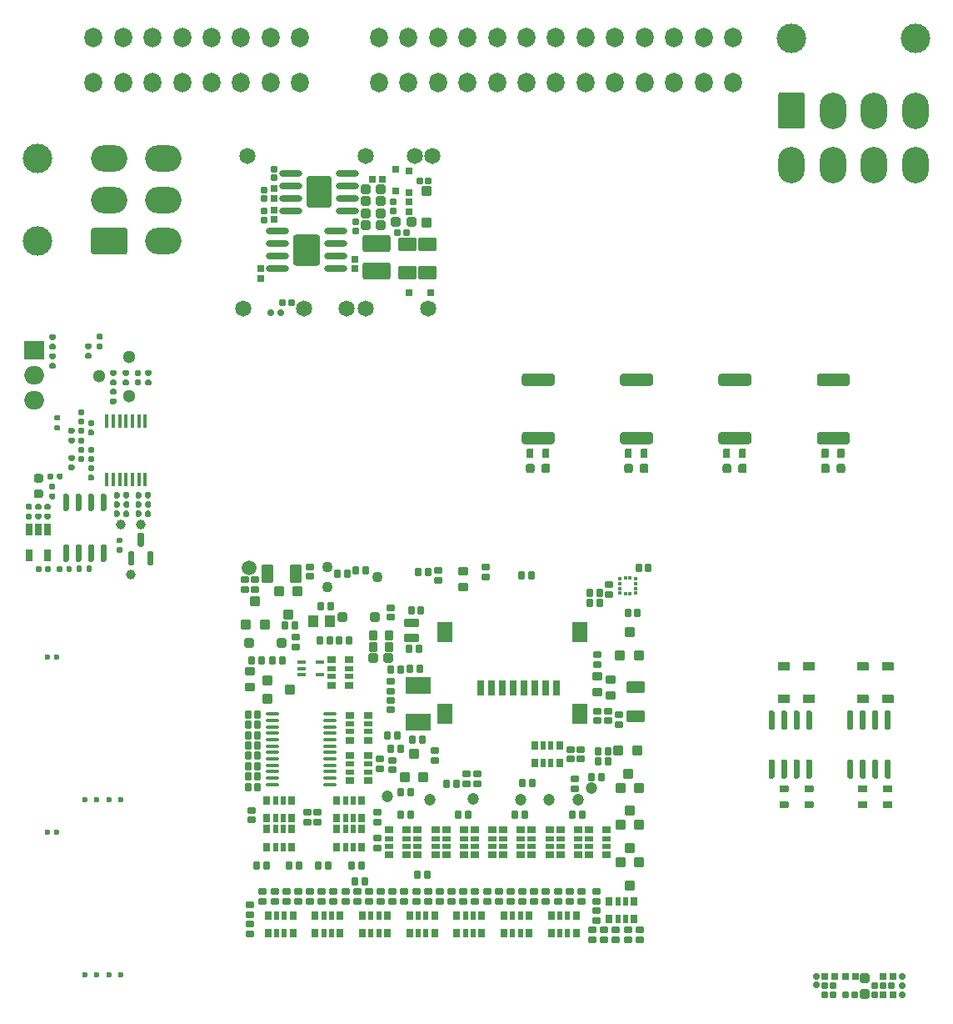
<source format=gbs>
G75*
G70*
%OFA0B0*%
%FSLAX25Y25*%
%IPPOS*%
%LPD*%
%AMOC8*
5,1,8,0,0,1.08239X$1,22.5*
%
%AMM17*
21,1,0.039370,0.030320,0.000000,0.000000,90.000000*
21,1,0.028350,0.041340,0.000000,0.000000,90.000000*
1,1,0.011020,0.015160,0.014170*
1,1,0.011020,0.015160,-0.014170*
1,1,0.011020,-0.015160,-0.014170*
1,1,0.011020,-0.015160,0.014170*
%
%AMM183*
21,1,0.041340,0.026770,0.000000,-0.000000,270.000000*
21,1,0.029130,0.038980,0.000000,-0.000000,270.000000*
1,1,0.012210,-0.013390,-0.014570*
1,1,0.012210,-0.013390,0.014570*
1,1,0.012210,0.013390,0.014570*
1,1,0.012210,0.013390,-0.014570*
%
%AMM184*
21,1,0.076380,0.036220,0.000000,-0.000000,0.000000*
21,1,0.061810,0.050790,0.000000,-0.000000,0.000000*
1,1,0.014570,0.030910,-0.018110*
1,1,0.014570,-0.030910,-0.018110*
1,1,0.014570,-0.030910,0.018110*
1,1,0.014570,0.030910,0.018110*
%
%AMM187*
21,1,0.029130,0.018900,0.000000,-0.000000,0.000000*
21,1,0.018900,0.029130,0.000000,-0.000000,0.000000*
1,1,0.010240,0.009450,-0.009450*
1,1,0.010240,-0.009450,-0.009450*
1,1,0.010240,-0.009450,0.009450*
1,1,0.010240,0.009450,0.009450*
%
%AMM188*
21,1,0.025200,0.019680,0.000000,-0.000000,270.000000*
21,1,0.015750,0.029130,0.000000,-0.000000,270.000000*
1,1,0.009450,-0.009840,-0.007870*
1,1,0.009450,-0.009840,0.007870*
1,1,0.009450,0.009840,0.007870*
1,1,0.009450,0.009840,-0.007870*
%
%AMM189*
21,1,0.025200,0.019680,0.000000,-0.000000,180.000000*
21,1,0.015750,0.029130,0.000000,-0.000000,180.000000*
1,1,0.009450,-0.007870,0.009840*
1,1,0.009450,0.007870,0.009840*
1,1,0.009450,0.007870,-0.009840*
1,1,0.009450,-0.007870,-0.009840*
%
%AMM195*
21,1,0.029130,0.018900,0.000000,-0.000000,270.000000*
21,1,0.018900,0.029130,0.000000,-0.000000,270.000000*
1,1,0.010240,-0.009450,-0.009450*
1,1,0.010240,-0.009450,0.009450*
1,1,0.010240,0.009450,0.009450*
1,1,0.010240,0.009450,-0.009450*
%
%AMM196*
21,1,0.111810,0.050390,0.000000,-0.000000,0.000000*
21,1,0.093700,0.068500,0.000000,-0.000000,0.000000*
1,1,0.018110,0.046850,-0.025200*
1,1,0.018110,-0.046850,-0.025200*
1,1,0.018110,-0.046850,0.025200*
1,1,0.018110,0.046850,0.025200*
%
%AMM197*
21,1,0.038980,0.026770,0.000000,-0.000000,180.000000*
21,1,0.026770,0.038980,0.000000,-0.000000,180.000000*
1,1,0.012210,-0.013390,0.013390*
1,1,0.012210,0.013390,0.013390*
1,1,0.012210,0.013390,-0.013390*
1,1,0.012210,-0.013390,-0.013390*
%
%AMM198*
21,1,0.127560,0.075590,0.000000,-0.000000,90.000000*
21,1,0.103150,0.100000,0.000000,-0.000000,90.000000*
1,1,0.024410,0.037800,0.051580*
1,1,0.024410,0.037800,-0.051580*
1,1,0.024410,-0.037800,-0.051580*
1,1,0.024410,-0.037800,0.051580*
%
%AMM199*
21,1,0.123620,0.083460,0.000000,-0.000000,270.000000*
21,1,0.097240,0.109840,0.000000,-0.000000,270.000000*
1,1,0.026380,-0.041730,-0.048620*
1,1,0.026380,-0.041730,0.048620*
1,1,0.026380,0.041730,0.048620*
1,1,0.026380,0.041730,-0.048620*
%
%AMM23*
21,1,0.031500,0.018900,0.000000,0.000000,180.000000*
21,1,0.022840,0.027560,0.000000,0.000000,180.000000*
1,1,0.008660,-0.011420,0.009450*
1,1,0.008660,0.011420,0.009450*
1,1,0.008660,0.011420,-0.009450*
1,1,0.008660,-0.011420,-0.009450*
%
%AMM26*
21,1,0.029530,0.026380,0.000000,0.000000,90.000000*
21,1,0.020470,0.035430,0.000000,0.000000,90.000000*
1,1,0.009060,0.013190,0.010240*
1,1,0.009060,0.013190,-0.010240*
1,1,0.009060,-0.013190,-0.010240*
1,1,0.009060,-0.013190,0.010240*
%
%AMM27*
21,1,0.021650,0.027950,0.000000,0.000000,90.000000*
21,1,0.014170,0.035430,0.000000,0.000000,90.000000*
1,1,0.007480,0.013980,0.007090*
1,1,0.007480,0.013980,-0.007090*
1,1,0.007480,-0.013980,-0.007090*
1,1,0.007480,-0.013980,0.007090*
%
%AMM29*
21,1,0.016540,0.028980,0.000000,0.000000,90.000000*
21,1,0.010080,0.035430,0.000000,0.000000,90.000000*
1,1,0.006460,0.014490,0.005040*
1,1,0.006460,0.014490,-0.005040*
1,1,0.006460,-0.014490,-0.005040*
1,1,0.006460,-0.014490,0.005040*
%
%AMM32*
21,1,0.031500,0.018900,0.000000,0.000000,90.000000*
21,1,0.022840,0.027560,0.000000,0.000000,90.000000*
1,1,0.008660,0.009450,0.011420*
1,1,0.008660,0.009450,-0.011420*
1,1,0.008660,-0.009450,-0.011420*
1,1,0.008660,-0.009450,0.011420*
%
%AMM45*
21,1,0.037400,0.026770,0.000000,0.000000,180.000000*
21,1,0.026770,0.037400,0.000000,0.000000,180.000000*
1,1,0.010630,-0.013390,0.013390*
1,1,0.010630,0.013390,0.013390*
1,1,0.010630,0.013390,-0.013390*
1,1,0.010630,-0.013390,-0.013390*
%
%AMM46*
21,1,0.039370,0.030320,0.000000,0.000000,180.000000*
21,1,0.028350,0.041340,0.000000,0.000000,180.000000*
1,1,0.011020,-0.014170,0.015160*
1,1,0.011020,0.014170,0.015160*
1,1,0.011020,0.014170,-0.015160*
1,1,0.011020,-0.014170,-0.015160*
%
%AMM47*
21,1,0.039760,0.026770,0.000000,0.000000,0.000000*
21,1,0.029130,0.037400,0.000000,0.000000,0.000000*
1,1,0.010630,0.014570,-0.013390*
1,1,0.010630,-0.014570,-0.013390*
1,1,0.010630,-0.014570,0.013390*
1,1,0.010630,0.014570,0.013390*
%
%AMM48*
21,1,0.074800,0.036220,0.000000,0.000000,0.000000*
21,1,0.061810,0.049210,0.000000,0.000000,0.000000*
1,1,0.012990,0.030910,-0.018110*
1,1,0.012990,-0.030910,-0.018110*
1,1,0.012990,-0.030910,0.018110*
1,1,0.012990,0.030910,0.018110*
%
%AMM49*
21,1,0.062990,0.020470,0.000000,0.000000,90.000000*
21,1,0.053940,0.029530,0.000000,0.000000,90.000000*
1,1,0.009060,0.010240,0.026970*
1,1,0.009060,0.010240,-0.026970*
1,1,0.009060,-0.010240,-0.026970*
1,1,0.009060,-0.010240,0.026970*
%
%AMM50*
21,1,0.082680,0.045670,0.000000,0.000000,90.000000*
21,1,0.067320,0.061020,0.000000,0.000000,90.000000*
1,1,0.015350,0.022840,0.033660*
1,1,0.015350,0.022840,-0.033660*
1,1,0.015350,-0.022840,-0.033660*
1,1,0.015350,-0.022840,0.033660*
%
%AMM51*
21,1,0.029530,0.026380,0.000000,0.000000,0.000000*
21,1,0.020470,0.035430,0.000000,0.000000,0.000000*
1,1,0.009060,0.010240,-0.013190*
1,1,0.009060,-0.010240,-0.013190*
1,1,0.009060,-0.010240,0.013190*
1,1,0.009060,0.010240,0.013190*
%
%AMM52*
21,1,0.021650,0.027950,0.000000,0.000000,0.000000*
21,1,0.014170,0.035430,0.000000,0.000000,0.000000*
1,1,0.007480,0.007090,-0.013980*
1,1,0.007480,-0.007090,-0.013980*
1,1,0.007480,-0.007090,0.013980*
1,1,0.007480,0.007090,0.013980*
%
%AMM53*
21,1,0.031500,0.030710,0.000000,0.000000,90.000000*
21,1,0.022050,0.040160,0.000000,0.000000,90.000000*
1,1,0.009450,0.015350,0.011020*
1,1,0.009450,0.015350,-0.011020*
1,1,0.009450,-0.015350,-0.011020*
1,1,0.009450,-0.015350,0.011020*
%
%AMM54*
21,1,0.031500,0.049610,0.000000,0.000000,270.000000*
21,1,0.022050,0.059060,0.000000,0.000000,270.000000*
1,1,0.009450,-0.024800,-0.011020*
1,1,0.009450,-0.024800,0.011020*
1,1,0.009450,0.024800,0.011020*
1,1,0.009450,0.024800,-0.011020*
%
%AMM55*
21,1,0.031500,0.030710,0.000000,0.000000,0.000000*
21,1,0.022050,0.040160,0.000000,0.000000,0.000000*
1,1,0.009450,0.011020,-0.015350*
1,1,0.009450,-0.011020,-0.015350*
1,1,0.009450,-0.011020,0.015350*
1,1,0.009450,0.011020,0.015350*
%
%AMM56*
21,1,0.074800,0.036220,0.000000,0.000000,90.000000*
21,1,0.061810,0.049210,0.000000,0.000000,90.000000*
1,1,0.012990,0.018110,0.030910*
1,1,0.012990,0.018110,-0.030910*
1,1,0.012990,-0.018110,-0.030910*
1,1,0.012990,-0.018110,0.030910*
%
%AMM63*
21,1,0.029130,0.018900,0.000000,0.000000,180.000000*
21,1,0.018900,0.029130,0.000000,0.000000,180.000000*
1,1,0.010240,-0.009450,0.009450*
1,1,0.010240,0.009450,0.009450*
1,1,0.010240,0.009450,-0.009450*
1,1,0.010240,-0.009450,-0.009450*
%
%AMM64*
21,1,0.025200,0.019680,0.000000,0.000000,270.000000*
21,1,0.015750,0.029130,0.000000,0.000000,270.000000*
1,1,0.009450,-0.009840,-0.007870*
1,1,0.009450,-0.009840,0.007870*
1,1,0.009450,0.009840,0.007870*
1,1,0.009450,0.009840,-0.007870*
%
%AMM65*
21,1,0.038980,0.026770,0.000000,0.000000,270.000000*
21,1,0.026770,0.038980,0.000000,0.000000,270.000000*
1,1,0.012210,-0.013390,-0.013390*
1,1,0.012210,-0.013390,0.013390*
1,1,0.012210,0.013390,0.013390*
1,1,0.012210,0.013390,-0.013390*
%
%AMM66*
21,1,0.025200,0.019680,0.000000,0.000000,0.000000*
21,1,0.015750,0.029130,0.000000,0.000000,0.000000*
1,1,0.009450,0.007870,-0.009840*
1,1,0.009450,-0.007870,-0.009840*
1,1,0.009450,-0.007870,0.009840*
1,1,0.009450,0.007870,0.009840*
%
%ADD100C,0.03900*%
%ADD105M17*%
%ADD11C,0.11811*%
%ADD112M23*%
%ADD116M26*%
%ADD117M27*%
%ADD121M29*%
%ADD127M32*%
%ADD128C,0.04294*%
%ADD129C,0.04724*%
%ADD151M45*%
%ADD152M46*%
%ADD153M47*%
%ADD154R,0.04331X0.04724*%
%ADD155M48*%
%ADD156M49*%
%ADD157M50*%
%ADD158R,0.09843X0.07087*%
%ADD159M51*%
%ADD160M52*%
%ADD161M53*%
%ADD162M54*%
%ADD163M55*%
%ADD164M56*%
%ADD165O,0.05354X0.01378*%
%ADD166R,0.01378X0.01772*%
%ADD167R,0.01772X0.01378*%
%ADD172C,0.02913*%
%ADD177M63*%
%ADD178M64*%
%ADD179M65*%
%ADD180M66*%
%ADD183C,0.05118*%
%ADD19C,0.02362*%
%ADD226C,0.06457*%
%ADD240R,0.07874X0.07500*%
%ADD241O,0.07874X0.07500*%
%ADD243R,0.01772X0.05709*%
%ADD244R,0.02559X0.04803*%
%ADD281O,0.09213X0.02520*%
%ADD31O,0.10630X0.14567*%
%ADD339M183*%
%ADD340M184*%
%ADD343M187*%
%ADD344M188*%
%ADD345M189*%
%ADD351M195*%
%ADD352M196*%
%ADD353M197*%
%ADD354M198*%
%ADD355M199*%
%ADD37C,0.05906*%
%ADD47O,0.07087X0.07874*%
%ADD48O,0.14567X0.10630*%
X0000000Y0000000D02*
%LPD*%
G01*
D11*
X0310929Y0386094D03*
X0360535Y0386094D03*
G36*
G01*
X0305614Y0351055D02*
X0305614Y0363654D01*
G75*
G02*
X0306598Y0364638I0000984J0000000D01*
G01*
X0315260Y0364638D01*
G75*
G02*
X0316244Y0363654I0000000J-000984D01*
G01*
X0316244Y0351055D01*
G75*
G02*
X0315260Y0350071I-000984J0000000D01*
G01*
X0306598Y0350071D01*
G75*
G02*
X0305614Y0351055I0000000J0000984D01*
G01*
G37*
D31*
X0327465Y0357354D03*
X0344000Y0357354D03*
X0360535Y0357354D03*
X0310929Y0335701D03*
X0327465Y0335701D03*
X0344000Y0335701D03*
X0360535Y0335701D03*
D19*
X0033053Y0082024D03*
X0028329Y0082024D03*
X0037778Y0082024D03*
X0042502Y0082024D03*
X0017069Y0138815D03*
X0013132Y0138815D03*
D37*
X0165669Y0278339D03*
X0140472Y0278339D03*
X0132992Y0278339D03*
X0116063Y0278339D03*
D19*
X0106614Y0276567D03*
X0102677Y0276567D03*
D37*
X0091457Y0278339D03*
X0167441Y0339362D03*
X0160157Y0339362D03*
X0140669Y0339362D03*
X0093228Y0339362D03*
D19*
X0033053Y0012024D03*
X0028329Y0012024D03*
X0037778Y0012024D03*
X0042502Y0012024D03*
X0017069Y0068815D03*
X0013132Y0068815D03*
D47*
X0031717Y0368701D03*
X0043528Y0368701D03*
X0055339Y0368701D03*
X0067150Y0368701D03*
X0078961Y0368701D03*
X0090772Y0368701D03*
X0102583Y0368701D03*
X0114394Y0368701D03*
X0145890Y0368701D03*
X0157701Y0368701D03*
X0169512Y0368701D03*
X0181323Y0368701D03*
X0193134Y0368701D03*
X0204945Y0368701D03*
X0216756Y0368701D03*
X0228567Y0368701D03*
X0240378Y0368701D03*
X0252189Y0368701D03*
X0264000Y0368701D03*
X0275811Y0368701D03*
X0287622Y0368701D03*
X0287622Y0386417D03*
X0275811Y0386417D03*
X0264000Y0386417D03*
X0252189Y0386417D03*
X0240378Y0386417D03*
X0228567Y0386417D03*
X0216756Y0386417D03*
X0204945Y0386417D03*
X0193134Y0386417D03*
X0181323Y0386417D03*
X0169512Y0386417D03*
X0157701Y0386417D03*
X0145890Y0386417D03*
X0114394Y0386417D03*
X0102583Y0386417D03*
X0090772Y0386417D03*
X0078961Y0386417D03*
X0067150Y0386417D03*
X0055339Y0386417D03*
X0043528Y0386417D03*
X0031717Y0386417D03*
D11*
X0009260Y0305165D03*
X0009260Y0338236D03*
G36*
G01*
X0044299Y0299850D02*
X0031701Y0299850D01*
G75*
G02*
X0030717Y0300835I0000000J0000984D01*
G01*
X0030717Y0309496D01*
G75*
G02*
X0031701Y0310480I0000984J0000000D01*
G01*
X0044299Y0310480D01*
G75*
G02*
X0045283Y0309496I0000000J-000984D01*
G01*
X0045283Y0300835D01*
G75*
G02*
X0044299Y0299850I-000984J0000000D01*
G01*
G37*
D48*
X0038000Y0321701D03*
X0038000Y0338236D03*
X0059654Y0305165D03*
X0059654Y0321701D03*
X0059654Y0338236D03*
D19*
X0355126Y0011339D03*
X0355126Y0007598D03*
X0355126Y0003858D03*
X0320874Y0007795D03*
X0320874Y0011339D03*
G36*
G01*
X0253715Y0215328D02*
X0253715Y0213310D01*
G75*
G02*
X0252853Y0212449I-000861J0000000D01*
G01*
X0251131Y0212449D01*
G75*
G02*
X0250270Y0213310I0000000J0000861D01*
G01*
X0250270Y0215328D01*
G75*
G02*
X0251131Y0216189I0000861J0000000D01*
G01*
X0252853Y0216189D01*
G75*
G02*
X0253715Y0215328I0000000J-000861D01*
G01*
G37*
G36*
G01*
X0247514Y0215328D02*
X0247514Y0213310D01*
G75*
G02*
X0246653Y0212449I-000861J0000000D01*
G01*
X0244930Y0212449D01*
G75*
G02*
X0244069Y0213310I0000000J0000861D01*
G01*
X0244069Y0215328D01*
G75*
G02*
X0244930Y0216189I0000861J0000000D01*
G01*
X0246653Y0216189D01*
G75*
G02*
X0247514Y0215328I0000000J-000861D01*
G01*
G37*
G36*
G01*
X0283685Y0218783D02*
X0283685Y0221854D01*
G75*
G02*
X0283961Y0222130I0000276J0000000D01*
G01*
X0286165Y0222130D01*
G75*
G02*
X0286441Y0221854I0000000J-000276D01*
G01*
X0286441Y0218783D01*
G75*
G02*
X0286165Y0218508I-000276J0000000D01*
G01*
X0283961Y0218508D01*
G75*
G02*
X0283685Y0218783I0000000J0000276D01*
G01*
G37*
G36*
G01*
X0289984Y0218783D02*
X0289984Y0221854D01*
G75*
G02*
X0290260Y0222130I0000276J0000000D01*
G01*
X0292465Y0222130D01*
G75*
G02*
X0292740Y0221854I0000000J-000276D01*
G01*
X0292740Y0218783D01*
G75*
G02*
X0292465Y0218508I-000276J0000000D01*
G01*
X0290260Y0218508D01*
G75*
G02*
X0289984Y0218783I0000000J0000276D01*
G01*
G37*
G36*
G01*
X0323055Y0218783D02*
X0323055Y0221854D01*
G75*
G02*
X0323331Y0222130I0000276J0000000D01*
G01*
X0325535Y0222130D01*
G75*
G02*
X0325811Y0221854I0000000J-000276D01*
G01*
X0325811Y0218783D01*
G75*
G02*
X0325535Y0218508I-000276J0000000D01*
G01*
X0323331Y0218508D01*
G75*
G02*
X0323055Y0218783I0000000J0000276D01*
G01*
G37*
G36*
G01*
X0329354Y0218783D02*
X0329354Y0221854D01*
G75*
G02*
X0329630Y0222130I0000276J0000000D01*
G01*
X0331835Y0222130D01*
G75*
G02*
X0332110Y0221854I0000000J-000276D01*
G01*
X0332110Y0218783D01*
G75*
G02*
X0331835Y0218508I-000276J0000000D01*
G01*
X0329630Y0218508D01*
G75*
G02*
X0329354Y0218783I0000000J0000276D01*
G01*
G37*
G36*
G01*
X0204945Y0218783D02*
X0204945Y0221854D01*
G75*
G02*
X0205220Y0222130I0000276J0000000D01*
G01*
X0207425Y0222130D01*
G75*
G02*
X0207701Y0221854I0000000J-000276D01*
G01*
X0207701Y0218783D01*
G75*
G02*
X0207425Y0218508I-000276J0000000D01*
G01*
X0205220Y0218508D01*
G75*
G02*
X0204945Y0218783I0000000J0000276D01*
G01*
G37*
G36*
G01*
X0211244Y0218783D02*
X0211244Y0221854D01*
G75*
G02*
X0211520Y0222130I0000276J0000000D01*
G01*
X0213724Y0222130D01*
G75*
G02*
X0214000Y0221854I0000000J-000276D01*
G01*
X0214000Y0218783D01*
G75*
G02*
X0213724Y0218508I-000276J0000000D01*
G01*
X0211520Y0218508D01*
G75*
G02*
X0211244Y0218783I0000000J0000276D01*
G01*
G37*
G36*
G01*
X0293085Y0215328D02*
X0293085Y0213310D01*
G75*
G02*
X0292223Y0212449I-000861J0000000D01*
G01*
X0290501Y0212449D01*
G75*
G02*
X0289640Y0213310I0000000J0000861D01*
G01*
X0289640Y0215328D01*
G75*
G02*
X0290501Y0216189I0000861J0000000D01*
G01*
X0292223Y0216189D01*
G75*
G02*
X0293085Y0215328I0000000J-000861D01*
G01*
G37*
G36*
G01*
X0286884Y0215328D02*
X0286884Y0213310D01*
G75*
G02*
X0286023Y0212449I-000861J0000000D01*
G01*
X0284300Y0212449D01*
G75*
G02*
X0283439Y0213310I0000000J0000861D01*
G01*
X0283439Y0215328D01*
G75*
G02*
X0284300Y0216189I0000861J0000000D01*
G01*
X0286023Y0216189D01*
G75*
G02*
X0286884Y0215328I0000000J-000861D01*
G01*
G37*
G36*
G01*
X0309535Y0078535D02*
X0306465Y0078535D01*
G75*
G02*
X0306189Y0078811I0000000J0000276D01*
G01*
X0306189Y0081016D01*
G75*
G02*
X0306465Y0081291I0000276J0000000D01*
G01*
X0309535Y0081291D01*
G75*
G02*
X0309811Y0081016I0000000J-000276D01*
G01*
X0309811Y0078811D01*
G75*
G02*
X0309535Y0078535I-000276J0000000D01*
G01*
G37*
G36*
G01*
X0309535Y0084835D02*
X0306465Y0084835D01*
G75*
G02*
X0306189Y0085110I0000000J0000276D01*
G01*
X0306189Y0087315D01*
G75*
G02*
X0306465Y0087591I0000276J0000000D01*
G01*
X0309535Y0087591D01*
G75*
G02*
X0309811Y0087315I0000000J-000276D01*
G01*
X0309811Y0085110D01*
G75*
G02*
X0309535Y0084835I-000276J0000000D01*
G01*
G37*
G36*
G01*
X0319535Y0078535D02*
X0316465Y0078535D01*
G75*
G02*
X0316189Y0078811I0000000J0000276D01*
G01*
X0316189Y0081016D01*
G75*
G02*
X0316465Y0081291I0000276J0000000D01*
G01*
X0319535Y0081291D01*
G75*
G02*
X0319811Y0081016I0000000J-000276D01*
G01*
X0319811Y0078811D01*
G75*
G02*
X0319535Y0078535I-000276J0000000D01*
G01*
G37*
G36*
G01*
X0319535Y0084835D02*
X0316465Y0084835D01*
G75*
G02*
X0316189Y0085110I0000000J0000276D01*
G01*
X0316189Y0087315D01*
G75*
G02*
X0316465Y0087591I0000276J0000000D01*
G01*
X0319535Y0087591D01*
G75*
G02*
X0319811Y0087315I0000000J-000276D01*
G01*
X0319811Y0085110D01*
G75*
G02*
X0319535Y0084835I-000276J0000000D01*
G01*
G37*
G36*
G01*
X0214344Y0215328D02*
X0214344Y0213310D01*
G75*
G02*
X0213483Y0212449I-000861J0000000D01*
G01*
X0211761Y0212449D01*
G75*
G02*
X0210900Y0213310I0000000J0000861D01*
G01*
X0210900Y0215328D01*
G75*
G02*
X0211761Y0216189I0000861J0000000D01*
G01*
X0213483Y0216189D01*
G75*
G02*
X0214344Y0215328I0000000J-000861D01*
G01*
G37*
G36*
G01*
X0208144Y0215328D02*
X0208144Y0213310D01*
G75*
G02*
X0207282Y0212449I-000861J0000000D01*
G01*
X0205560Y0212449D01*
G75*
G02*
X0204699Y0213310I0000000J0000861D01*
G01*
X0204699Y0215328D01*
G75*
G02*
X0205560Y0216189I0000861J0000000D01*
G01*
X0207282Y0216189D01*
G75*
G02*
X0208144Y0215328I0000000J-000861D01*
G01*
G37*
G36*
G01*
X0293976Y0224026D02*
X0282756Y0224026D01*
G75*
G02*
X0281772Y0225010I0000000J0000984D01*
G01*
X0281772Y0227864D01*
G75*
G02*
X0282756Y0228848I0000984J0000000D01*
G01*
X0293976Y0228848D01*
G75*
G02*
X0294961Y0227864I0000000J-000984D01*
G01*
X0294961Y0225010D01*
G75*
G02*
X0293976Y0224026I-000984J0000000D01*
G01*
G37*
G36*
G01*
X0293976Y0247352D02*
X0282756Y0247352D01*
G75*
G02*
X0281772Y0248337I0000000J0000984D01*
G01*
X0281772Y0251191D01*
G75*
G02*
X0282756Y0252175I0000984J0000000D01*
G01*
X0293976Y0252175D01*
G75*
G02*
X0294961Y0251191I0000000J-000984D01*
G01*
X0294961Y0248337D01*
G75*
G02*
X0293976Y0247352I-000984J0000000D01*
G01*
G37*
G36*
G01*
X0351031Y0078535D02*
X0347961Y0078535D01*
G75*
G02*
X0347685Y0078811I0000000J0000276D01*
G01*
X0347685Y0081016D01*
G75*
G02*
X0347961Y0081291I0000276J0000000D01*
G01*
X0351031Y0081291D01*
G75*
G02*
X0351307Y0081016I0000000J-000276D01*
G01*
X0351307Y0078811D01*
G75*
G02*
X0351031Y0078535I-000276J0000000D01*
G01*
G37*
G36*
G01*
X0351031Y0084835D02*
X0347961Y0084835D01*
G75*
G02*
X0347685Y0085110I0000000J0000276D01*
G01*
X0347685Y0087315D01*
G75*
G02*
X0347961Y0087591I0000276J0000000D01*
G01*
X0351031Y0087591D01*
G75*
G02*
X0351307Y0087315I0000000J-000276D01*
G01*
X0351307Y0085110D01*
G75*
G02*
X0351031Y0084835I-000276J0000000D01*
G01*
G37*
G36*
G01*
X0254606Y0224026D02*
X0243386Y0224026D01*
G75*
G02*
X0242402Y0225010I0000000J0000984D01*
G01*
X0242402Y0227864D01*
G75*
G02*
X0243386Y0228848I0000984J0000000D01*
G01*
X0254606Y0228848D01*
G75*
G02*
X0255591Y0227864I0000000J-000984D01*
G01*
X0255591Y0225010D01*
G75*
G02*
X0254606Y0224026I-000984J0000000D01*
G01*
G37*
G36*
G01*
X0254606Y0247352D02*
X0243386Y0247352D01*
G75*
G02*
X0242402Y0248337I0000000J0000984D01*
G01*
X0242402Y0251191D01*
G75*
G02*
X0243386Y0252175I0000984J0000000D01*
G01*
X0254606Y0252175D01*
G75*
G02*
X0255591Y0251191I0000000J-000984D01*
G01*
X0255591Y0248337D01*
G75*
G02*
X0254606Y0247352I-000984J0000000D01*
G01*
G37*
G36*
G01*
X0333346Y0224026D02*
X0322126Y0224026D01*
G75*
G02*
X0321142Y0225010I0000000J0000984D01*
G01*
X0321142Y0227864D01*
G75*
G02*
X0322126Y0228848I0000984J0000000D01*
G01*
X0333346Y0228848D01*
G75*
G02*
X0334331Y0227864I0000000J-000984D01*
G01*
X0334331Y0225010D01*
G75*
G02*
X0333346Y0224026I-000984J0000000D01*
G01*
G37*
G36*
G01*
X0333346Y0247352D02*
X0322126Y0247352D01*
G75*
G02*
X0321142Y0248337I0000000J0000984D01*
G01*
X0321142Y0251191D01*
G75*
G02*
X0322126Y0252175I0000984J0000000D01*
G01*
X0333346Y0252175D01*
G75*
G02*
X0334331Y0251191I0000000J-000984D01*
G01*
X0334331Y0248337D01*
G75*
G02*
X0333346Y0247352I-000984J0000000D01*
G01*
G37*
G36*
G01*
X0244315Y0218783D02*
X0244315Y0221854D01*
G75*
G02*
X0244591Y0222130I0000276J0000000D01*
G01*
X0246795Y0222130D01*
G75*
G02*
X0247071Y0221854I0000000J-000276D01*
G01*
X0247071Y0218783D01*
G75*
G02*
X0246795Y0218508I-000276J0000000D01*
G01*
X0244591Y0218508D01*
G75*
G02*
X0244315Y0218783I0000000J0000276D01*
G01*
G37*
G36*
G01*
X0250614Y0218783D02*
X0250614Y0221854D01*
G75*
G02*
X0250890Y0222130I0000276J0000000D01*
G01*
X0253094Y0222130D01*
G75*
G02*
X0253370Y0221854I0000000J-000276D01*
G01*
X0253370Y0218783D01*
G75*
G02*
X0253094Y0218508I-000276J0000000D01*
G01*
X0250890Y0218508D01*
G75*
G02*
X0250614Y0218783I0000000J0000276D01*
G01*
G37*
G36*
G01*
X0305992Y0136976D02*
X0310008Y0136976D01*
G75*
G02*
X0310362Y0136622I0000000J-000354D01*
G01*
X0310362Y0133787D01*
G75*
G02*
X0310008Y0133433I-000354J0000000D01*
G01*
X0305992Y0133433D01*
G75*
G02*
X0305638Y0133787I0000000J0000354D01*
G01*
X0305638Y0136622D01*
G75*
G02*
X0305992Y0136976I0000354J0000000D01*
G01*
G37*
G36*
G01*
X0305992Y0123984D02*
X0310008Y0123984D01*
G75*
G02*
X0310362Y0123630I0000000J-000354D01*
G01*
X0310362Y0120795D01*
G75*
G02*
X0310008Y0120441I-000354J0000000D01*
G01*
X0305992Y0120441D01*
G75*
G02*
X0305638Y0120795I0000000J0000354D01*
G01*
X0305638Y0123630D01*
G75*
G02*
X0305992Y0123984I0000354J0000000D01*
G01*
G37*
G36*
G01*
X0332455Y0215328D02*
X0332455Y0213310D01*
G75*
G02*
X0331594Y0212449I-000861J0000000D01*
G01*
X0329871Y0212449D01*
G75*
G02*
X0329010Y0213310I0000000J0000861D01*
G01*
X0329010Y0215328D01*
G75*
G02*
X0329871Y0216189I0000861J0000000D01*
G01*
X0331594Y0216189D01*
G75*
G02*
X0332455Y0215328I0000000J-000861D01*
G01*
G37*
G36*
G01*
X0326254Y0215328D02*
X0326254Y0213310D01*
G75*
G02*
X0325393Y0212449I-000861J0000000D01*
G01*
X0323670Y0212449D01*
G75*
G02*
X0322809Y0213310I0000000J0000861D01*
G01*
X0322809Y0215328D01*
G75*
G02*
X0323670Y0216189I0000861J0000000D01*
G01*
X0325393Y0216189D01*
G75*
G02*
X0326254Y0215328I0000000J-000861D01*
G01*
G37*
G36*
G01*
X0347488Y0136976D02*
X0351504Y0136976D01*
G75*
G02*
X0351858Y0136622I0000000J-000354D01*
G01*
X0351858Y0133787D01*
G75*
G02*
X0351504Y0133433I-000354J0000000D01*
G01*
X0347488Y0133433D01*
G75*
G02*
X0347134Y0133787I0000000J0000354D01*
G01*
X0347134Y0136622D01*
G75*
G02*
X0347488Y0136976I0000354J0000000D01*
G01*
G37*
G36*
G01*
X0347488Y0123984D02*
X0351504Y0123984D01*
G75*
G02*
X0351858Y0123630I0000000J-000354D01*
G01*
X0351858Y0120795D01*
G75*
G02*
X0351504Y0120441I-000354J0000000D01*
G01*
X0347488Y0120441D01*
G75*
G02*
X0347134Y0120795I0000000J0000354D01*
G01*
X0347134Y0123630D01*
G75*
G02*
X0347488Y0123984I0000354J0000000D01*
G01*
G37*
G36*
G01*
X0315992Y0136976D02*
X0320008Y0136976D01*
G75*
G02*
X0320362Y0136622I0000000J-000354D01*
G01*
X0320362Y0133787D01*
G75*
G02*
X0320008Y0133433I-000354J0000000D01*
G01*
X0315992Y0133433D01*
G75*
G02*
X0315638Y0133787I0000000J0000354D01*
G01*
X0315638Y0136622D01*
G75*
G02*
X0315992Y0136976I0000354J0000000D01*
G01*
G37*
G36*
G01*
X0315992Y0123984D02*
X0320008Y0123984D01*
G75*
G02*
X0320362Y0123630I0000000J-000354D01*
G01*
X0320362Y0120795D01*
G75*
G02*
X0320008Y0120441I-000354J0000000D01*
G01*
X0315992Y0120441D01*
G75*
G02*
X0315638Y0120795I0000000J0000354D01*
G01*
X0315638Y0123630D01*
G75*
G02*
X0315992Y0123984I0000354J0000000D01*
G01*
G37*
G36*
G01*
X0350087Y0090374D02*
X0348906Y0090374D01*
G75*
G02*
X0348315Y0090965I0000000J0000591D01*
G01*
X0348315Y0097461D01*
G75*
G02*
X0348906Y0098051I0000591J0000000D01*
G01*
X0350087Y0098051D01*
G75*
G02*
X0350677Y0097461I0000000J-000591D01*
G01*
X0350677Y0090965D01*
G75*
G02*
X0350087Y0090374I-000591J0000000D01*
G01*
G37*
G36*
G01*
X0345087Y0090374D02*
X0343906Y0090374D01*
G75*
G02*
X0343315Y0090965I0000000J0000591D01*
G01*
X0343315Y0097461D01*
G75*
G02*
X0343906Y0098051I0000591J0000000D01*
G01*
X0345087Y0098051D01*
G75*
G02*
X0345677Y0097461I0000000J-000591D01*
G01*
X0345677Y0090965D01*
G75*
G02*
X0345087Y0090374I-000591J0000000D01*
G01*
G37*
G36*
G01*
X0340087Y0090374D02*
X0338906Y0090374D01*
G75*
G02*
X0338315Y0090965I0000000J0000591D01*
G01*
X0338315Y0097461D01*
G75*
G02*
X0338906Y0098051I0000591J0000000D01*
G01*
X0340087Y0098051D01*
G75*
G02*
X0340677Y0097461I0000000J-000591D01*
G01*
X0340677Y0090965D01*
G75*
G02*
X0340087Y0090374I-000591J0000000D01*
G01*
G37*
G36*
G01*
X0335087Y0090374D02*
X0333906Y0090374D01*
G75*
G02*
X0333315Y0090965I0000000J0000591D01*
G01*
X0333315Y0097461D01*
G75*
G02*
X0333906Y0098051I0000591J0000000D01*
G01*
X0335087Y0098051D01*
G75*
G02*
X0335677Y0097461I0000000J-000591D01*
G01*
X0335677Y0090965D01*
G75*
G02*
X0335087Y0090374I-000591J0000000D01*
G01*
G37*
G36*
G01*
X0335087Y0109862D02*
X0333906Y0109862D01*
G75*
G02*
X0333315Y0110453I0000000J0000591D01*
G01*
X0333315Y0116949D01*
G75*
G02*
X0333906Y0117539I0000591J0000000D01*
G01*
X0335087Y0117539D01*
G75*
G02*
X0335677Y0116949I0000000J-000591D01*
G01*
X0335677Y0110453D01*
G75*
G02*
X0335087Y0109862I-000591J0000000D01*
G01*
G37*
G36*
G01*
X0340087Y0109862D02*
X0338906Y0109862D01*
G75*
G02*
X0338315Y0110453I0000000J0000591D01*
G01*
X0338315Y0116949D01*
G75*
G02*
X0338906Y0117539I0000591J0000000D01*
G01*
X0340087Y0117539D01*
G75*
G02*
X0340677Y0116949I0000000J-000591D01*
G01*
X0340677Y0110453D01*
G75*
G02*
X0340087Y0109862I-000591J0000000D01*
G01*
G37*
G36*
G01*
X0345087Y0109862D02*
X0343906Y0109862D01*
G75*
G02*
X0343315Y0110453I0000000J0000591D01*
G01*
X0343315Y0116949D01*
G75*
G02*
X0343906Y0117539I0000591J0000000D01*
G01*
X0345087Y0117539D01*
G75*
G02*
X0345677Y0116949I0000000J-000591D01*
G01*
X0345677Y0110453D01*
G75*
G02*
X0345087Y0109862I-000591J0000000D01*
G01*
G37*
G36*
G01*
X0350087Y0109862D02*
X0348906Y0109862D01*
G75*
G02*
X0348315Y0110453I0000000J0000591D01*
G01*
X0348315Y0116949D01*
G75*
G02*
X0348906Y0117539I0000591J0000000D01*
G01*
X0350087Y0117539D01*
G75*
G02*
X0350677Y0116949I0000000J-000591D01*
G01*
X0350677Y0110453D01*
G75*
G02*
X0350087Y0109862I-000591J0000000D01*
G01*
G37*
G36*
G01*
X0341031Y0078535D02*
X0337961Y0078535D01*
G75*
G02*
X0337685Y0078811I0000000J0000276D01*
G01*
X0337685Y0081016D01*
G75*
G02*
X0337961Y0081291I0000276J0000000D01*
G01*
X0341031Y0081291D01*
G75*
G02*
X0341307Y0081016I0000000J-000276D01*
G01*
X0341307Y0078811D01*
G75*
G02*
X0341031Y0078535I-000276J0000000D01*
G01*
G37*
G36*
G01*
X0341031Y0084835D02*
X0337961Y0084835D01*
G75*
G02*
X0337685Y0085110I0000000J0000276D01*
G01*
X0337685Y0087315D01*
G75*
G02*
X0337961Y0087591I0000276J0000000D01*
G01*
X0341031Y0087591D01*
G75*
G02*
X0341307Y0087315I0000000J-000276D01*
G01*
X0341307Y0085110D01*
G75*
G02*
X0341031Y0084835I-000276J0000000D01*
G01*
G37*
G36*
G01*
X0215236Y0224026D02*
X0204016Y0224026D01*
G75*
G02*
X0203031Y0225010I0000000J0000984D01*
G01*
X0203031Y0227864D01*
G75*
G02*
X0204016Y0228848I0000984J0000000D01*
G01*
X0215236Y0228848D01*
G75*
G02*
X0216220Y0227864I0000000J-000984D01*
G01*
X0216220Y0225010D01*
G75*
G02*
X0215236Y0224026I-000984J0000000D01*
G01*
G37*
G36*
G01*
X0215236Y0247352D02*
X0204016Y0247352D01*
G75*
G02*
X0203031Y0248337I0000000J0000984D01*
G01*
X0203031Y0251191D01*
G75*
G02*
X0204016Y0252175I0000984J0000000D01*
G01*
X0215236Y0252175D01*
G75*
G02*
X0216220Y0251191I0000000J-000984D01*
G01*
X0216220Y0248337D01*
G75*
G02*
X0215236Y0247352I-000984J0000000D01*
G01*
G37*
G36*
G01*
X0318591Y0090374D02*
X0317409Y0090374D01*
G75*
G02*
X0316819Y0090965I0000000J0000591D01*
G01*
X0316819Y0097461D01*
G75*
G02*
X0317409Y0098051I0000591J0000000D01*
G01*
X0318591Y0098051D01*
G75*
G02*
X0319181Y0097461I0000000J-000591D01*
G01*
X0319181Y0090965D01*
G75*
G02*
X0318591Y0090374I-000591J0000000D01*
G01*
G37*
G36*
G01*
X0313591Y0090374D02*
X0312409Y0090374D01*
G75*
G02*
X0311819Y0090965I0000000J0000591D01*
G01*
X0311819Y0097461D01*
G75*
G02*
X0312409Y0098051I0000591J0000000D01*
G01*
X0313591Y0098051D01*
G75*
G02*
X0314181Y0097461I0000000J-000591D01*
G01*
X0314181Y0090965D01*
G75*
G02*
X0313591Y0090374I-000591J0000000D01*
G01*
G37*
G36*
G01*
X0308591Y0090374D02*
X0307409Y0090374D01*
G75*
G02*
X0306819Y0090965I0000000J0000591D01*
G01*
X0306819Y0097461D01*
G75*
G02*
X0307409Y0098051I0000591J0000000D01*
G01*
X0308591Y0098051D01*
G75*
G02*
X0309181Y0097461I0000000J-000591D01*
G01*
X0309181Y0090965D01*
G75*
G02*
X0308591Y0090374I-000591J0000000D01*
G01*
G37*
G36*
G01*
X0303591Y0090374D02*
X0302409Y0090374D01*
G75*
G02*
X0301819Y0090965I0000000J0000591D01*
G01*
X0301819Y0097461D01*
G75*
G02*
X0302409Y0098051I0000591J0000000D01*
G01*
X0303591Y0098051D01*
G75*
G02*
X0304181Y0097461I0000000J-000591D01*
G01*
X0304181Y0090965D01*
G75*
G02*
X0303591Y0090374I-000591J0000000D01*
G01*
G37*
G36*
G01*
X0303591Y0109862D02*
X0302409Y0109862D01*
G75*
G02*
X0301819Y0110453I0000000J0000591D01*
G01*
X0301819Y0116949D01*
G75*
G02*
X0302409Y0117539I0000591J0000000D01*
G01*
X0303591Y0117539D01*
G75*
G02*
X0304181Y0116949I0000000J-000591D01*
G01*
X0304181Y0110453D01*
G75*
G02*
X0303591Y0109862I-000591J0000000D01*
G01*
G37*
G36*
G01*
X0308591Y0109862D02*
X0307409Y0109862D01*
G75*
G02*
X0306819Y0110453I0000000J0000591D01*
G01*
X0306819Y0116949D01*
G75*
G02*
X0307409Y0117539I0000591J0000000D01*
G01*
X0308591Y0117539D01*
G75*
G02*
X0309181Y0116949I0000000J-000591D01*
G01*
X0309181Y0110453D01*
G75*
G02*
X0308591Y0109862I-000591J0000000D01*
G01*
G37*
G36*
G01*
X0313591Y0109862D02*
X0312409Y0109862D01*
G75*
G02*
X0311819Y0110453I0000000J0000591D01*
G01*
X0311819Y0116949D01*
G75*
G02*
X0312409Y0117539I0000591J0000000D01*
G01*
X0313591Y0117539D01*
G75*
G02*
X0314181Y0116949I0000000J-000591D01*
G01*
X0314181Y0110453D01*
G75*
G02*
X0313591Y0109862I-000591J0000000D01*
G01*
G37*
G36*
G01*
X0318591Y0109862D02*
X0317409Y0109862D01*
G75*
G02*
X0316819Y0110453I0000000J0000591D01*
G01*
X0316819Y0116949D01*
G75*
G02*
X0317409Y0117539I0000591J0000000D01*
G01*
X0318591Y0117539D01*
G75*
G02*
X0319181Y0116949I0000000J-000591D01*
G01*
X0319181Y0110453D01*
G75*
G02*
X0318591Y0109862I-000591J0000000D01*
G01*
G37*
G36*
G01*
X0337488Y0136976D02*
X0341504Y0136976D01*
G75*
G02*
X0341858Y0136622I0000000J-000354D01*
G01*
X0341858Y0133787D01*
G75*
G02*
X0341504Y0133433I-000354J0000000D01*
G01*
X0337488Y0133433D01*
G75*
G02*
X0337134Y0133787I0000000J0000354D01*
G01*
X0337134Y0136622D01*
G75*
G02*
X0337488Y0136976I0000354J0000000D01*
G01*
G37*
G36*
G01*
X0337488Y0123984D02*
X0341504Y0123984D01*
G75*
G02*
X0341858Y0123630I0000000J-000354D01*
G01*
X0341858Y0120795D01*
G75*
G02*
X0341504Y0120441I-000354J0000000D01*
G01*
X0337488Y0120441D01*
G75*
G02*
X0337134Y0120795I0000000J0000354D01*
G01*
X0337134Y0123630D01*
G75*
G02*
X0337488Y0123984I0000354J0000000D01*
G01*
G37*
X0005888Y0140291D02*
%LPD*%
G01*
D19*
X0033053Y0082023D03*
X0028329Y0082023D03*
X0037778Y0082023D03*
X0042502Y0082023D03*
X0017069Y0138815D03*
X0013132Y0138815D03*
X0089543Y0020906D02*
G01*
G75*
D105*
X0101158Y0122148D02*
D03*
X0110410Y0125888D02*
D03*
D105*
X0101158Y0129629D02*
D03*
D112*
X0237525Y0117363D02*
D03*
X0237525Y0113426D02*
D03*
X0121236Y0072874D02*
D03*
X0121236Y0076811D02*
D03*
X0241905Y0115788D02*
D03*
X0241905Y0111851D02*
D03*
X0118185Y0175040D02*
D03*
X0118185Y0171103D02*
D03*
X0151368Y0097678D02*
D03*
X0151368Y0093741D02*
D03*
X0168273Y0097606D02*
D03*
X0168273Y0101543D02*
D03*
X0146236Y0094134D02*
D03*
X0146236Y0098071D02*
D03*
X0095042Y0077722D02*
D03*
X0095042Y0073785D02*
D03*
X0112771Y0146890D02*
D03*
X0112771Y0142953D02*
D03*
X0092299Y0165985D02*
D03*
X0092299Y0169922D02*
D03*
X0224189Y0090197D02*
D03*
X0224189Y0086260D02*
D03*
X0150567Y0154764D02*
D03*
X0150567Y0158701D02*
D03*
X0180784Y0088327D02*
D03*
X0180784Y0092264D02*
D03*
X0169759Y0169627D02*
D03*
X0169759Y0173563D02*
D03*
X0222614Y0102008D02*
D03*
X0222614Y0098071D02*
D03*
X0226551Y0102008D02*
D03*
X0226551Y0098071D02*
D03*
X0096433Y0165985D02*
D03*
X0096433Y0169922D02*
D03*
X0233441Y0117363D02*
D03*
X0233441Y0113426D02*
D03*
X0233244Y0139804D02*
D03*
X0233244Y0135867D02*
D03*
X0185114Y0088327D02*
D03*
X0185114Y0092264D02*
D03*
X0188756Y0174843D02*
D03*
X0188756Y0170906D02*
D03*
X0150567Y0125237D02*
D03*
X0150567Y0129174D02*
D03*
X0150567Y0121693D02*
D03*
X0150567Y0117756D02*
D03*
X0137181Y0045315D02*
D03*
X0137181Y0041378D02*
D03*
X0141905Y0045315D02*
D03*
X0141905Y0041378D02*
D03*
X0146630Y0045315D02*
D03*
X0146630Y0041378D02*
D03*
X0151354Y0045315D02*
D03*
X0151354Y0041378D02*
D03*
X0236000Y0026024D02*
D03*
X0236000Y0029961D02*
D03*
X0240724Y0029961D02*
D03*
X0240724Y0026024D02*
D03*
X0245448Y0026024D02*
D03*
X0245448Y0029961D02*
D03*
X0250173Y0026024D02*
D03*
X0250173Y0029961D02*
D03*
X0117299Y0072874D02*
D03*
X0117299Y0076811D02*
D03*
X0145252Y0072874D02*
D03*
X0145252Y0076811D02*
D03*
X0113559Y0045315D02*
D03*
X0113559Y0041378D02*
D03*
X0108835Y0045315D02*
D03*
X0108835Y0041378D02*
D03*
X0104110Y0045315D02*
D03*
X0104110Y0041378D02*
D03*
X0099386Y0045315D02*
D03*
X0099386Y0041378D02*
D03*
X0132457Y0045315D02*
D03*
X0132457Y0041378D02*
D03*
X0127732Y0045315D02*
D03*
X0127732Y0041378D02*
D03*
X0123008Y0045315D02*
D03*
X0123008Y0041378D02*
D03*
X0118283Y0045315D02*
D03*
X0118283Y0041378D02*
D03*
X0170252Y0045315D02*
D03*
X0170252Y0041378D02*
D03*
X0165528Y0045315D02*
D03*
X0165528Y0041378D02*
D03*
X0160803Y0045315D02*
D03*
X0160803Y0041378D02*
D03*
X0156079Y0045315D02*
D03*
X0156079Y0041378D02*
D03*
X0189150Y0041378D02*
D03*
X0189150Y0045315D02*
D03*
X0184425Y0045315D02*
D03*
X0184425Y0041378D02*
D03*
X0179701Y0045315D02*
D03*
X0179701Y0041378D02*
D03*
X0174976Y0045315D02*
D03*
X0174976Y0041378D02*
D03*
X0208047Y0045315D02*
D03*
X0208047Y0041378D02*
D03*
X0203323Y0045315D02*
D03*
X0203323Y0041378D02*
D03*
X0198598Y0045315D02*
D03*
X0198598Y0041378D02*
D03*
X0193874Y0045315D02*
D03*
X0193874Y0041378D02*
D03*
X0222220Y0045315D02*
D03*
X0222220Y0041378D02*
D03*
X0217496Y0045315D02*
D03*
X0217496Y0041378D02*
D03*
X0212771Y0045315D02*
D03*
X0212771Y0041378D02*
D03*
X0094267Y0036063D02*
D03*
X0094267Y0040000D02*
D03*
X0231276Y0029961D02*
D03*
X0231276Y0026024D02*
D03*
X0145252Y0062638D02*
D03*
X0145252Y0066575D02*
D03*
X0232850Y0041378D02*
D03*
X0232850Y0045315D02*
D03*
X0094267Y0028386D02*
D03*
X0094267Y0032323D02*
D03*
X0232850Y0037441D02*
D03*
X0232850Y0033504D02*
D03*
X0237968Y0167756D02*
D03*
X0237968Y0163819D02*
D03*
X0226945Y0045315D02*
D03*
X0226945Y0041378D02*
D03*
D116*
X0126945Y0137737D02*
D03*
X0134031Y0137737D02*
D03*
X0134031Y0127697D02*
D03*
X0126945Y0127697D02*
D03*
X0141512Y0089508D02*
D03*
X0134425Y0089508D02*
D03*
X0134425Y0099548D02*
D03*
X0141512Y0099548D02*
D03*
X0141512Y0105650D02*
D03*
X0134425Y0105650D02*
D03*
X0134425Y0115690D02*
D03*
X0141512Y0115690D02*
D03*
X0236984Y0069823D02*
D03*
X0229897Y0069823D02*
D03*
X0229897Y0059784D02*
D03*
X0236984Y0059784D02*
D03*
X0218480Y0059784D02*
D03*
X0225567Y0059784D02*
D03*
X0225567Y0069823D02*
D03*
X0218480Y0069823D02*
D03*
X0168480Y0069823D02*
D03*
X0161394Y0069823D02*
D03*
X0161394Y0059784D02*
D03*
X0168480Y0059784D02*
D03*
X0149976Y0059784D02*
D03*
X0157063Y0059784D02*
D03*
X0157063Y0069823D02*
D03*
X0149976Y0069823D02*
D03*
X0191315Y0069823D02*
D03*
X0184228Y0069823D02*
D03*
X0184228Y0059784D02*
D03*
X0191315Y0059784D02*
D03*
X0172811Y0059784D02*
D03*
X0179898Y0059784D02*
D03*
X0179898Y0069823D02*
D03*
X0172811Y0069823D02*
D03*
X0214150Y0069823D02*
D03*
X0207063Y0069823D02*
D03*
X0207063Y0059784D02*
D03*
X0214150Y0059784D02*
D03*
X0195646Y0059784D02*
D03*
X0202732Y0059784D02*
D03*
X0202732Y0069823D02*
D03*
X0195646Y0069823D02*
D03*
D117*
X0134031Y0131142D02*
D03*
X0134031Y0134292D02*
D03*
X0126945Y0134292D02*
D03*
X0126945Y0131142D02*
D03*
X0134425Y0096103D02*
D03*
X0134425Y0092953D02*
D03*
X0141512Y0092953D02*
D03*
X0141512Y0096103D02*
D03*
X0134425Y0112245D02*
D03*
X0134425Y0109095D02*
D03*
X0141512Y0109095D02*
D03*
X0141512Y0112245D02*
D03*
X0236984Y0066378D02*
D03*
X0236984Y0063229D02*
D03*
X0229897Y0063229D02*
D03*
X0229897Y0066378D02*
D03*
X0218480Y0063229D02*
D03*
X0218480Y0066378D02*
D03*
X0225567Y0066378D02*
D03*
X0225567Y0063229D02*
D03*
X0168480Y0066378D02*
D03*
X0168480Y0063229D02*
D03*
X0161394Y0063229D02*
D03*
X0161394Y0066378D02*
D03*
X0149976Y0063229D02*
D03*
X0149976Y0066378D02*
D03*
X0157063Y0066378D02*
D03*
X0157063Y0063229D02*
D03*
X0191315Y0066378D02*
D03*
X0191315Y0063229D02*
D03*
X0184228Y0063229D02*
D03*
X0184228Y0066378D02*
D03*
X0172811Y0063229D02*
D03*
X0172811Y0066378D02*
D03*
X0179898Y0066378D02*
D03*
X0179898Y0063229D02*
D03*
X0214150Y0066378D02*
D03*
X0214150Y0063229D02*
D03*
X0207063Y0063229D02*
D03*
X0207063Y0066378D02*
D03*
X0195646Y0063229D02*
D03*
X0195646Y0066378D02*
D03*
X0202732Y0066378D02*
D03*
X0202732Y0063229D02*
D03*
D121*
X0114937Y0131733D02*
D03*
X0114937Y0134292D02*
D03*
X0114937Y0136851D02*
D03*
X0122417Y0136851D02*
D03*
X0122417Y0131733D02*
D03*
D127*
X0133244Y0172284D02*
D03*
X0129307Y0172284D02*
D03*
X0249386Y0156536D02*
D03*
X0245448Y0156536D02*
D03*
X0108286Y0151715D02*
D03*
X0112223Y0151715D02*
D03*
X0134031Y0145709D02*
D03*
X0130094Y0145709D02*
D03*
X0122220Y0145709D02*
D03*
X0126157Y0145709D02*
D03*
X0230882Y0090985D02*
D03*
X0234819Y0090985D02*
D03*
X0161590Y0172875D02*
D03*
X0165527Y0172875D02*
D03*
X0230291Y0160670D02*
D03*
X0234228Y0160670D02*
D03*
X0202929Y0171693D02*
D03*
X0206866Y0171693D02*
D03*
X0158453Y0084884D02*
D03*
X0154516Y0084884D02*
D03*
X0149189Y0107520D02*
D03*
X0153126Y0107520D02*
D03*
X0159228Y0105945D02*
D03*
X0163165Y0105945D02*
D03*
X0158441Y0134292D02*
D03*
X0162378Y0134292D02*
D03*
X0253716Y0174449D02*
D03*
X0249779Y0174449D02*
D03*
X0140527Y0173465D02*
D03*
X0136590Y0173465D02*
D03*
X0122614Y0159095D02*
D03*
X0126551Y0159095D02*
D03*
X0233638Y0097284D02*
D03*
X0237575Y0097284D02*
D03*
X0233638Y0101221D02*
D03*
X0237575Y0101221D02*
D03*
X0234228Y0164607D02*
D03*
X0230291Y0164607D02*
D03*
X0207161Y0088721D02*
D03*
X0203224Y0088721D02*
D03*
X0150567Y0133898D02*
D03*
X0154504Y0133898D02*
D03*
X0150567Y0102205D02*
D03*
X0154504Y0102205D02*
D03*
X0158834Y0157520D02*
D03*
X0162771Y0157520D02*
D03*
X0158047Y0142166D02*
D03*
X0161984Y0142166D02*
D03*
X0172909Y0088327D02*
D03*
X0176846Y0088327D02*
D03*
X0227142Y0076024D02*
D03*
X0223205Y0076024D02*
D03*
X0158638Y0076024D02*
D03*
X0154701Y0076024D02*
D03*
X0181472Y0076024D02*
D03*
X0177535Y0076024D02*
D03*
X0204307Y0076024D02*
D03*
X0200370Y0076024D02*
D03*
X0165134Y0052008D02*
D03*
X0161197Y0052008D02*
D03*
X0110082Y0055552D02*
D03*
X0114019Y0055552D02*
D03*
X0100893Y0055552D02*
D03*
X0096956Y0055552D02*
D03*
X0134886Y0055552D02*
D03*
X0138823Y0055552D02*
D03*
X0125697Y0055552D02*
D03*
X0121760Y0055552D02*
D03*
X0098795Y0137441D02*
D03*
X0094858Y0137441D02*
D03*
X0103323Y0137441D02*
D03*
X0107260Y0137441D02*
D03*
X0140331Y0049252D02*
D03*
X0136394Y0049252D02*
D03*
X0093480Y0087048D02*
D03*
X0097417Y0087048D02*
D03*
X0093480Y0099449D02*
D03*
X0097417Y0099449D02*
D03*
X0093480Y0103583D02*
D03*
X0097417Y0103583D02*
D03*
X0093480Y0111851D02*
D03*
X0097417Y0111851D02*
D03*
X0093480Y0107717D02*
D03*
X0097417Y0107717D02*
D03*
X0093480Y0115985D02*
D03*
X0097417Y0115985D02*
D03*
X0093480Y0095316D02*
D03*
X0097417Y0095316D02*
D03*
X0093480Y0091182D02*
D03*
X0097417Y0091182D02*
D03*
D128*
X0145291Y0170847D02*
D03*
X0125291Y0166847D02*
D03*
X0125291Y0174847D02*
D03*
D129*
X0183638Y0082323D02*
D03*
X0230882Y0086654D02*
D03*
X0225764Y0081930D02*
D03*
X0213952Y0081930D02*
D03*
X0202535Y0081930D02*
D03*
X0166315Y0081930D02*
D03*
X0149385Y0083111D02*
D03*
D37*
X0093874Y0174449D02*
D03*
D151*
X0143520Y0138426D02*
D03*
X0149740Y0138426D02*
D03*
D152*
X0246123Y0148777D02*
D03*
X0249863Y0139525D02*
D03*
X0163694Y0091026D02*
D03*
X0159954Y0100278D02*
D03*
X0100173Y0151890D02*
D03*
X0096433Y0161142D02*
D03*
X0105882Y0165315D02*
D03*
X0109622Y0156064D02*
D03*
X0242496Y0056930D02*
D03*
X0246236Y0047678D02*
D03*
X0246236Y0062573D02*
D03*
X0242496Y0071825D02*
D03*
X0242496Y0086720D02*
D03*
X0246236Y0077468D02*
D03*
X0241709Y0101615D02*
D03*
X0245449Y0092363D02*
D03*
D152*
X0242383Y0139525D02*
D03*
X0156214Y0091026D02*
D03*
X0092693Y0151890D02*
D03*
X0113362Y0165316D02*
D03*
X0249976Y0056930D02*
D03*
X0249976Y0071825D02*
D03*
X0249976Y0086720D02*
D03*
X0249189Y0101615D02*
D03*
D153*
X0093874Y0144528D02*
D03*
X0106866Y0144528D02*
D03*
X0131275Y0154764D02*
D03*
X0144268Y0154764D02*
D03*
D154*
X0126354Y0153189D02*
D03*
X0119661Y0153189D02*
D03*
D155*
X0248598Y0115394D02*
D03*
X0248598Y0126811D02*
D03*
D156*
X0186669Y0126430D02*
D03*
X0191000Y0126430D02*
D03*
X0195331Y0126430D02*
D03*
X0199661Y0126430D02*
D03*
X0203992Y0126430D02*
D03*
X0208323Y0126430D02*
D03*
X0212654Y0126430D02*
D03*
X0216984Y0126430D02*
D03*
D157*
X0226354Y0116194D02*
D03*
X0226354Y0148871D02*
D03*
X0172221Y0148871D02*
D03*
X0172221Y0116194D02*
D03*
D158*
X0161591Y0127402D02*
D03*
X0161591Y0112835D02*
D03*
D159*
X0208146Y0103583D02*
D03*
X0208146Y0096497D02*
D03*
X0218185Y0096497D02*
D03*
X0218185Y0103583D02*
D03*
X0139248Y0028583D02*
D03*
X0139248Y0035670D02*
D03*
X0149287Y0035670D02*
D03*
X0149287Y0028583D02*
D03*
X0111098Y0063032D02*
D03*
X0111098Y0070119D02*
D03*
X0101059Y0070119D02*
D03*
X0101059Y0063032D02*
D03*
X0101059Y0081536D02*
D03*
X0101059Y0074449D02*
D03*
X0111098Y0074449D02*
D03*
X0111098Y0081536D02*
D03*
X0139051Y0063032D02*
D03*
X0139051Y0070119D02*
D03*
X0129012Y0070119D02*
D03*
X0129012Y0063032D02*
D03*
X0129012Y0081536D02*
D03*
X0129012Y0074449D02*
D03*
X0139051Y0074449D02*
D03*
X0139051Y0081536D02*
D03*
X0101453Y0028583D02*
D03*
X0101453Y0035670D02*
D03*
X0111492Y0035670D02*
D03*
X0111492Y0028583D02*
D03*
X0120350Y0028583D02*
D03*
X0120350Y0035670D02*
D03*
X0130389Y0035670D02*
D03*
X0130389Y0028583D02*
D03*
X0158145Y0028583D02*
D03*
X0158145Y0035670D02*
D03*
X0168185Y0035670D02*
D03*
X0168185Y0028583D02*
D03*
X0177043Y0028583D02*
D03*
X0177043Y0035670D02*
D03*
X0187083Y0035670D02*
D03*
X0187083Y0028583D02*
D03*
X0195941Y0028583D02*
D03*
X0195941Y0035670D02*
D03*
X0205980Y0035670D02*
D03*
X0205980Y0028583D02*
D03*
X0214838Y0028583D02*
D03*
X0214838Y0035670D02*
D03*
X0224878Y0035670D02*
D03*
X0224878Y0028583D02*
D03*
X0248106Y0034292D02*
D03*
X0248106Y0041378D02*
D03*
X0238067Y0041378D02*
D03*
X0238067Y0034292D02*
D03*
D160*
X0211590Y0103583D02*
D03*
X0214740Y0103583D02*
D03*
X0214740Y0096497D02*
D03*
X0211590Y0096497D02*
D03*
X0145842Y0035670D02*
D03*
X0142693Y0035670D02*
D03*
X0142693Y0028583D02*
D03*
X0145842Y0028583D02*
D03*
X0107653Y0063032D02*
D03*
X0104504Y0063032D02*
D03*
X0104504Y0070119D02*
D03*
X0107653Y0070119D02*
D03*
X0104504Y0081536D02*
D03*
X0107653Y0081536D02*
D03*
X0107653Y0074449D02*
D03*
X0104504Y0074449D02*
D03*
X0135606Y0063032D02*
D03*
X0132456Y0063032D02*
D03*
X0132456Y0070119D02*
D03*
X0135606Y0070119D02*
D03*
X0132457Y0081536D02*
D03*
X0135606Y0081536D02*
D03*
X0135606Y0074449D02*
D03*
X0132457Y0074449D02*
D03*
X0108047Y0035670D02*
D03*
X0104898Y0035670D02*
D03*
X0104898Y0028583D02*
D03*
X0108047Y0028583D02*
D03*
X0126945Y0035670D02*
D03*
X0123795Y0035670D02*
D03*
X0123795Y0028583D02*
D03*
X0126945Y0028583D02*
D03*
X0164740Y0035670D02*
D03*
X0161590Y0035670D02*
D03*
X0161590Y0028583D02*
D03*
X0164740Y0028583D02*
D03*
X0183638Y0035670D02*
D03*
X0180488Y0035670D02*
D03*
X0180488Y0028583D02*
D03*
X0183638Y0028583D02*
D03*
X0202535Y0035670D02*
D03*
X0199386Y0035670D02*
D03*
X0199386Y0028583D02*
D03*
X0202535Y0028583D02*
D03*
X0221433Y0035670D02*
D03*
X0218283Y0035670D02*
D03*
X0218283Y0028583D02*
D03*
X0221433Y0028583D02*
D03*
X0244661Y0034292D02*
D03*
X0241512Y0034292D02*
D03*
X0241512Y0041378D02*
D03*
X0244661Y0041378D02*
D03*
D161*
X0233244Y0131142D02*
D03*
X0233244Y0124843D02*
D03*
X0179602Y0166871D02*
D03*
X0179602Y0173170D02*
D03*
X0094268Y0133111D02*
D03*
X0094268Y0126811D02*
D03*
X0238756Y0123662D02*
D03*
X0238756Y0129961D02*
D03*
D162*
X0158834Y0152599D02*
D03*
X0158834Y0146693D02*
D03*
D163*
X0149780Y0147678D02*
D03*
X0143480Y0147678D02*
D03*
X0149780Y0143052D02*
D03*
X0143480Y0143052D02*
D03*
D164*
X0101354Y0172284D02*
D03*
X0112771Y0172284D02*
D03*
D165*
X0103165Y0088032D02*
D03*
X0103165Y0090591D02*
D03*
X0103165Y0093150D02*
D03*
X0103165Y0095709D02*
D03*
X0103165Y0098268D02*
D03*
X0103165Y0100827D02*
D03*
X0103165Y0103386D02*
D03*
X0103165Y0105945D02*
D03*
X0103165Y0108504D02*
D03*
X0103165Y0111064D02*
D03*
X0103165Y0113622D02*
D03*
X0103165Y0116182D02*
D03*
X0126158Y0088032D02*
D03*
X0126158Y0090591D02*
D03*
X0126158Y0093150D02*
D03*
X0126158Y0095709D02*
D03*
X0126158Y0098268D02*
D03*
X0126158Y0100827D02*
D03*
X0126158Y0103386D02*
D03*
X0126158Y0105945D02*
D03*
X0126158Y0108504D02*
D03*
X0126158Y0111064D02*
D03*
X0126158Y0113622D02*
D03*
X0126158Y0116182D02*
D03*
D166*
X0246433Y0164213D02*
D03*
X0244465Y0164213D02*
D03*
X0244465Y0170512D02*
D03*
X0246433Y0170512D02*
D03*
D167*
X0242299Y0164410D02*
D03*
X0242299Y0166379D02*
D03*
X0242299Y0168347D02*
D03*
X0242299Y0170315D02*
D03*
X0248599Y0164410D02*
D03*
X0248599Y0170315D02*
D03*
X0248599Y0166379D02*
D03*
X0248599Y0168347D02*
D03*
X0319693Y0001102D02*
G01*
G75*
D172*
X0355126Y0011338D02*
D03*
X0355126Y0007598D02*
D03*
X0355126Y0003858D02*
D03*
X0320874Y0007795D02*
D03*
X0320874Y0011338D02*
D03*
D177*
X0347646Y0011338D02*
D03*
X0351583Y0011338D02*
D03*
X0336523Y0011338D02*
D03*
X0332586Y0011338D02*
D03*
X0328157Y0011338D02*
D03*
X0324220Y0011338D02*
D03*
X0347646Y0004055D02*
D03*
X0351583Y0004055D02*
D03*
D178*
X0344261Y0003858D02*
D03*
X0344261Y0007401D02*
D03*
D179*
X0340376Y0010571D02*
D03*
X0340376Y0004350D02*
D03*
D180*
X0327764Y0007401D02*
D03*
X0324221Y0007401D02*
D03*
X0336130Y0003858D02*
D03*
X0332587Y0003858D02*
D03*
X0350992Y0007459D02*
D03*
X0347449Y0007459D02*
D03*
X0324221Y0003858D02*
D03*
X0327764Y0003858D02*
D03*
X0057496Y0167811D02*
%LPD*%
G01*
D183*
X0045882Y0258992D03*
X0034071Y0251118D03*
X0045882Y0243244D03*
D100*
X0046669Y0171984D03*
X0050669Y0191984D03*
X0042669Y0191984D03*
D240*
X0007791Y0261472D03*
D241*
X0007791Y0251472D03*
X0007791Y0241472D03*
G36*
G01*
X0050137Y0247516D02*
X0048779Y0247516D01*
G75*
G02*
X0048198Y0248096I0000000J0000581D01*
G01*
X0048198Y0249258D01*
G75*
G02*
X0048779Y0249839I0000581J0000000D01*
G01*
X0050137Y0249839D01*
G75*
G02*
X0050718Y0249258I0000000J-000581D01*
G01*
X0050718Y0248096D01*
G75*
G02*
X0050137Y0247516I-000581J0000000D01*
G01*
G37*
G36*
G01*
X0050137Y0251335D02*
X0048779Y0251335D01*
G75*
G02*
X0048198Y0251915I0000000J0000581D01*
G01*
X0048198Y0253077D01*
G75*
G02*
X0048779Y0253657I0000581J0000000D01*
G01*
X0050137Y0253657D01*
G75*
G02*
X0050718Y0253077I0000000J-000581D01*
G01*
X0050718Y0251915D01*
G75*
G02*
X0050137Y0251335I-000581J0000000D01*
G01*
G37*
G36*
G01*
X0034848Y0261984D02*
X0033490Y0261984D01*
G75*
G02*
X0032909Y0262565I0000000J0000581D01*
G01*
X0032909Y0263726D01*
G75*
G02*
X0033490Y0264307I0000581J0000000D01*
G01*
X0034848Y0264307D01*
G75*
G02*
X0035429Y0263726I0000000J-000581D01*
G01*
X0035429Y0262565D01*
G75*
G02*
X0034848Y0261984I-000581J0000000D01*
G01*
G37*
G36*
G01*
X0034848Y0265803D02*
X0033490Y0265803D01*
G75*
G02*
X0032909Y0266384I0000000J0000581D01*
G01*
X0032909Y0267545D01*
G75*
G02*
X0033490Y0268126I0000581J0000000D01*
G01*
X0034848Y0268126D01*
G75*
G02*
X0035429Y0267545I0000000J-000581D01*
G01*
X0035429Y0266384D01*
G75*
G02*
X0034848Y0265803I-000581J0000000D01*
G01*
G37*
G36*
G01*
X0008652Y0212102D02*
X0010670Y0212102D01*
G75*
G02*
X0011531Y0211241I0000000J-000861D01*
G01*
X0011531Y0209519D01*
G75*
G02*
X0010670Y0208657I-000861J0000000D01*
G01*
X0008652Y0208657D01*
G75*
G02*
X0007791Y0209519I0000000J0000861D01*
G01*
X0007791Y0211241D01*
G75*
G02*
X0008652Y0212102I0000861J0000000D01*
G01*
G37*
G36*
G01*
X0008652Y0205902D02*
X0010670Y0205902D01*
G75*
G02*
X0011531Y0205040I0000000J-000861D01*
G01*
X0011531Y0203318D01*
G75*
G02*
X0010670Y0202457I-000861J0000000D01*
G01*
X0008652Y0202457D01*
G75*
G02*
X0007791Y0203318I0000000J0000861D01*
G01*
X0007791Y0205040D01*
G75*
G02*
X0008652Y0205902I0000861J0000000D01*
G01*
G37*
G36*
G01*
X0052978Y0253657D02*
X0054337Y0253657D01*
G75*
G02*
X0054917Y0253077I0000000J-000581D01*
G01*
X0054917Y0251915D01*
G75*
G02*
X0054337Y0251335I-000581J0000000D01*
G01*
X0052978Y0251335D01*
G75*
G02*
X0052398Y0251915I0000000J0000581D01*
G01*
X0052398Y0253077D01*
G75*
G02*
X0052978Y0253657I0000581J0000000D01*
G01*
G37*
G36*
G01*
X0052978Y0249839D02*
X0054337Y0249839D01*
G75*
G02*
X0054917Y0249258I0000000J-000581D01*
G01*
X0054917Y0248096D01*
G75*
G02*
X0054337Y0247516I-000581J0000000D01*
G01*
X0052978Y0247516D01*
G75*
G02*
X0052398Y0248096I0000000J0000581D01*
G01*
X0052398Y0249258D01*
G75*
G02*
X0052978Y0249839I0000581J0000000D01*
G01*
G37*
G36*
G01*
X0013982Y0193956D02*
X0012624Y0193956D01*
G75*
G02*
X0012043Y0194536I0000000J0000581D01*
G01*
X0012043Y0195698D01*
G75*
G02*
X0012624Y0196278I0000581J0000000D01*
G01*
X0013982Y0196278D01*
G75*
G02*
X0014563Y0195698I0000000J-000581D01*
G01*
X0014563Y0194536D01*
G75*
G02*
X0013982Y0193956I-000581J0000000D01*
G01*
G37*
G36*
G01*
X0013982Y0197774D02*
X0012624Y0197774D01*
G75*
G02*
X0012043Y0198355I0000000J0000581D01*
G01*
X0012043Y0199517D01*
G75*
G02*
X0012624Y0200097I0000581J0000000D01*
G01*
X0013982Y0200097D01*
G75*
G02*
X0014563Y0199517I0000000J-000581D01*
G01*
X0014563Y0198355D01*
G75*
G02*
X0013982Y0197774I-000581J0000000D01*
G01*
G37*
G36*
G01*
X0015852Y0202043D02*
X0014494Y0202043D01*
G75*
G02*
X0013913Y0202624I0000000J0000581D01*
G01*
X0013913Y0203785D01*
G75*
G02*
X0014494Y0204366I0000581J0000000D01*
G01*
X0015852Y0204366D01*
G75*
G02*
X0016433Y0203785I0000000J-000581D01*
G01*
X0016433Y0202624D01*
G75*
G02*
X0015852Y0202043I-000581J0000000D01*
G01*
G37*
G36*
G01*
X0015852Y0205862D02*
X0014494Y0205862D01*
G75*
G02*
X0013913Y0206443I0000000J0000581D01*
G01*
X0013913Y0207604D01*
G75*
G02*
X0014494Y0208185I0000581J0000000D01*
G01*
X0015852Y0208185D01*
G75*
G02*
X0016433Y0207604I0000000J-000581D01*
G01*
X0016433Y0206443D01*
G75*
G02*
X0015852Y0205862I-000581J0000000D01*
G01*
G37*
G36*
G01*
X0008520Y0173431D02*
X0008520Y0174789D01*
G75*
G02*
X0009100Y0175370I0000581J0000000D01*
G01*
X0010262Y0175370D01*
G75*
G02*
X0010842Y0174789I0000000J-000581D01*
G01*
X0010842Y0173431D01*
G75*
G02*
X0010262Y0172850I-000581J0000000D01*
G01*
X0009100Y0172850D01*
G75*
G02*
X0008520Y0173431I0000000J0000581D01*
G01*
G37*
G36*
G01*
X0012339Y0173431D02*
X0012339Y0174789D01*
G75*
G02*
X0012919Y0175370I0000581J0000000D01*
G01*
X0014081Y0175370D01*
G75*
G02*
X0014661Y0174789I0000000J-000581D01*
G01*
X0014661Y0173431D01*
G75*
G02*
X0014081Y0172850I-000581J0000000D01*
G01*
X0012919Y0172850D01*
G75*
G02*
X0012339Y0173431I0000000J0000581D01*
G01*
G37*
G36*
G01*
X0026108Y0222949D02*
X0027466Y0222949D01*
G75*
G02*
X0028047Y0222368I0000000J-000581D01*
G01*
X0028047Y0221207D01*
G75*
G02*
X0027466Y0220626I-000581J0000000D01*
G01*
X0026108Y0220626D01*
G75*
G02*
X0025527Y0221207I0000000J0000581D01*
G01*
X0025527Y0222368D01*
G75*
G02*
X0026108Y0222949I0000581J0000000D01*
G01*
G37*
G36*
G01*
X0026108Y0219130D02*
X0027466Y0219130D01*
G75*
G02*
X0028047Y0218549I0000000J-000581D01*
G01*
X0028047Y0217388D01*
G75*
G02*
X0027466Y0216807I-000581J0000000D01*
G01*
X0026108Y0216807D01*
G75*
G02*
X0025527Y0217388I0000000J0000581D01*
G01*
X0025527Y0218549D01*
G75*
G02*
X0026108Y0219130I0000581J0000000D01*
G01*
G37*
G36*
G01*
X0031403Y0216807D02*
X0030045Y0216807D01*
G75*
G02*
X0029465Y0217388I0000000J0000581D01*
G01*
X0029465Y0218549D01*
G75*
G02*
X0030045Y0219130I0000581J0000000D01*
G01*
X0031403Y0219130D01*
G75*
G02*
X0031984Y0218549I0000000J-000581D01*
G01*
X0031984Y0217388D01*
G75*
G02*
X0031403Y0216807I-000581J0000000D01*
G01*
G37*
G36*
G01*
X0031403Y0220626D02*
X0030045Y0220626D01*
G75*
G02*
X0029465Y0221207I0000000J0000581D01*
G01*
X0029465Y0222368D01*
G75*
G02*
X0030045Y0222949I0000581J0000000D01*
G01*
X0031403Y0222949D01*
G75*
G02*
X0031984Y0222368I0000000J-000581D01*
G01*
X0031984Y0221207D01*
G75*
G02*
X0031403Y0220626I-000581J0000000D01*
G01*
G37*
G36*
G01*
X0028963Y0264287D02*
X0030321Y0264287D01*
G75*
G02*
X0030902Y0263707I0000000J-000581D01*
G01*
X0030902Y0262545D01*
G75*
G02*
X0030321Y0261965I-000581J0000000D01*
G01*
X0028963Y0261965D01*
G75*
G02*
X0028382Y0262545I0000000J0000581D01*
G01*
X0028382Y0263707D01*
G75*
G02*
X0028963Y0264287I0000581J0000000D01*
G01*
G37*
G36*
G01*
X0028963Y0260468D02*
X0030321Y0260468D01*
G75*
G02*
X0030902Y0259888I0000000J-000581D01*
G01*
X0030902Y0258726D01*
G75*
G02*
X0030321Y0258146I-000581J0000000D01*
G01*
X0028963Y0258146D01*
G75*
G02*
X0028382Y0258726I0000000J0000581D01*
G01*
X0028382Y0259888D01*
G75*
G02*
X0028963Y0260468I0000581J0000000D01*
G01*
G37*
D243*
X0052378Y0209937D03*
X0049819Y0209937D03*
X0047260Y0209937D03*
X0044701Y0209937D03*
X0042142Y0209937D03*
X0039583Y0209937D03*
X0037024Y0209937D03*
X0037024Y0233165D03*
X0039583Y0233165D03*
X0042142Y0233165D03*
X0044701Y0233165D03*
X0047260Y0233165D03*
X0049819Y0233165D03*
X0052378Y0233165D03*
G36*
G01*
X0008884Y0200114D02*
X0010242Y0200114D01*
G75*
G02*
X0010823Y0199533I0000000J-000581D01*
G01*
X0010823Y0198372D01*
G75*
G02*
X0010242Y0197791I-000581J0000000D01*
G01*
X0008884Y0197791D01*
G75*
G02*
X0008303Y0198372I0000000J0000581D01*
G01*
X0008303Y0199533D01*
G75*
G02*
X0008884Y0200114I0000581J0000000D01*
G01*
G37*
G36*
G01*
X0008884Y0196295D02*
X0010242Y0196295D01*
G75*
G02*
X0010823Y0195715I0000000J-000581D01*
G01*
X0010823Y0194553D01*
G75*
G02*
X0010242Y0193972I-000581J0000000D01*
G01*
X0008884Y0193972D01*
G75*
G02*
X0008303Y0194553I0000000J0000581D01*
G01*
X0008303Y0195715D01*
G75*
G02*
X0008884Y0196295I0000581J0000000D01*
G01*
G37*
G36*
G01*
X0006502Y0193972D02*
X0005144Y0193972D01*
G75*
G02*
X0004563Y0194553I0000000J0000581D01*
G01*
X0004563Y0195715D01*
G75*
G02*
X0005144Y0196295I0000581J0000000D01*
G01*
X0006502Y0196295D01*
G75*
G02*
X0007083Y0195715I0000000J-000581D01*
G01*
X0007083Y0194553D01*
G75*
G02*
X0006502Y0193972I-000581J0000000D01*
G01*
G37*
G36*
G01*
X0006502Y0197791D02*
X0005144Y0197791D01*
G75*
G02*
X0004563Y0198372I0000000J0000581D01*
G01*
X0004563Y0199533D01*
G75*
G02*
X0005144Y0200114I0000581J0000000D01*
G01*
X0006502Y0200114D01*
G75*
G02*
X0007083Y0199533I0000000J-000581D01*
G01*
X0007083Y0198372D01*
G75*
G02*
X0006502Y0197791I-000581J0000000D01*
G01*
G37*
G36*
G01*
X0015951Y0254209D02*
X0014592Y0254209D01*
G75*
G02*
X0014012Y0254789I0000000J0000581D01*
G01*
X0014012Y0255951D01*
G75*
G02*
X0014592Y0256531I0000581J0000000D01*
G01*
X0015951Y0256531D01*
G75*
G02*
X0016531Y0255951I0000000J-000581D01*
G01*
X0016531Y0254789D01*
G75*
G02*
X0015951Y0254209I-000581J0000000D01*
G01*
G37*
G36*
G01*
X0015951Y0258028D02*
X0014592Y0258028D01*
G75*
G02*
X0014012Y0258608I0000000J0000581D01*
G01*
X0014012Y0259770D01*
G75*
G02*
X0014592Y0260350I0000581J0000000D01*
G01*
X0015951Y0260350D01*
G75*
G02*
X0016531Y0259770I0000000J-000581D01*
G01*
X0016531Y0258608D01*
G75*
G02*
X0015951Y0258028I-000581J0000000D01*
G01*
G37*
G36*
G01*
X0045249Y0247516D02*
X0043890Y0247516D01*
G75*
G02*
X0043310Y0248096I0000000J0000581D01*
G01*
X0043310Y0249258D01*
G75*
G02*
X0043890Y0249839I0000581J0000000D01*
G01*
X0045249Y0249839D01*
G75*
G02*
X0045829Y0249258I0000000J-000581D01*
G01*
X0045829Y0248096D01*
G75*
G02*
X0045249Y0247516I-000581J0000000D01*
G01*
G37*
G36*
G01*
X0045249Y0251335D02*
X0043890Y0251335D01*
G75*
G02*
X0043310Y0251915I0000000J0000581D01*
G01*
X0043310Y0253077D01*
G75*
G02*
X0043890Y0253657I0000581J0000000D01*
G01*
X0045249Y0253657D01*
G75*
G02*
X0045829Y0253077I0000000J-000581D01*
G01*
X0045829Y0251915D01*
G75*
G02*
X0045249Y0251335I-000581J0000000D01*
G01*
G37*
G36*
G01*
X0022171Y0219701D02*
X0023529Y0219701D01*
G75*
G02*
X0024110Y0219120I0000000J-000581D01*
G01*
X0024110Y0217959D01*
G75*
G02*
X0023529Y0217378I-000581J0000000D01*
G01*
X0022171Y0217378D01*
G75*
G02*
X0021590Y0217959I0000000J0000581D01*
G01*
X0021590Y0219120D01*
G75*
G02*
X0022171Y0219701I0000581J0000000D01*
G01*
G37*
G36*
G01*
X0022171Y0215882D02*
X0023529Y0215882D01*
G75*
G02*
X0024110Y0215301I0000000J-000581D01*
G01*
X0024110Y0214140D01*
G75*
G02*
X0023529Y0213559I-000581J0000000D01*
G01*
X0022171Y0213559D01*
G75*
G02*
X0021590Y0214140I0000000J0000581D01*
G01*
X0021590Y0215301D01*
G75*
G02*
X0022171Y0215882I0000581J0000000D01*
G01*
G37*
G36*
G01*
X0014592Y0268028D02*
X0015951Y0268028D01*
G75*
G02*
X0016531Y0267447I0000000J-000581D01*
G01*
X0016531Y0266285D01*
G75*
G02*
X0015951Y0265705I-000581J0000000D01*
G01*
X0014592Y0265705D01*
G75*
G02*
X0014012Y0266285I0000000J0000581D01*
G01*
X0014012Y0267447D01*
G75*
G02*
X0014592Y0268028I0000581J0000000D01*
G01*
G37*
G36*
G01*
X0014592Y0264209D02*
X0015951Y0264209D01*
G75*
G02*
X0016531Y0263628I0000000J-000581D01*
G01*
X0016531Y0262467D01*
G75*
G02*
X0015951Y0261886I-000581J0000000D01*
G01*
X0014592Y0261886D01*
G75*
G02*
X0014012Y0262467I0000000J0000581D01*
G01*
X0014012Y0263628D01*
G75*
G02*
X0014592Y0264209I0000581J0000000D01*
G01*
G37*
G36*
G01*
X0030045Y0215567D02*
X0031403Y0215567D01*
G75*
G02*
X0031984Y0214986I0000000J-000581D01*
G01*
X0031984Y0213825D01*
G75*
G02*
X0031403Y0213244I-000581J0000000D01*
G01*
X0030045Y0213244D01*
G75*
G02*
X0029465Y0213825I0000000J0000581D01*
G01*
X0029465Y0214986D01*
G75*
G02*
X0030045Y0215567I0000581J0000000D01*
G01*
G37*
G36*
G01*
X0030045Y0211748D02*
X0031403Y0211748D01*
G75*
G02*
X0031984Y0211167I0000000J-000581D01*
G01*
X0031984Y0210006D01*
G75*
G02*
X0031403Y0209425I-000581J0000000D01*
G01*
X0030045Y0209425D01*
G75*
G02*
X0029465Y0210006I0000000J0000581D01*
G01*
X0029465Y0211167D01*
G75*
G02*
X0030045Y0211748I0000581J0000000D01*
G01*
G37*
G36*
G01*
X0054661Y0204317D02*
X0054661Y0202959D01*
G75*
G02*
X0054081Y0202378I-000581J0000000D01*
G01*
X0052919Y0202378D01*
G75*
G02*
X0052339Y0202959I0000000J0000581D01*
G01*
X0052339Y0204317D01*
G75*
G02*
X0052919Y0204898I0000581J0000000D01*
G01*
X0054081Y0204898D01*
G75*
G02*
X0054661Y0204317I0000000J-000581D01*
G01*
G37*
G36*
G01*
X0050842Y0204317D02*
X0050842Y0202959D01*
G75*
G02*
X0050262Y0202378I-000581J0000000D01*
G01*
X0049100Y0202378D01*
G75*
G02*
X0048520Y0202959I0000000J0000581D01*
G01*
X0048520Y0204317D01*
G75*
G02*
X0049100Y0204898I0000581J0000000D01*
G01*
X0050262Y0204898D01*
G75*
G02*
X0050842Y0204317I0000000J-000581D01*
G01*
G37*
G36*
G01*
X0026108Y0230429D02*
X0027466Y0230429D01*
G75*
G02*
X0028047Y0229848I0000000J-000581D01*
G01*
X0028047Y0228687D01*
G75*
G02*
X0027466Y0228106I-000581J0000000D01*
G01*
X0026108Y0228106D01*
G75*
G02*
X0025527Y0228687I0000000J0000581D01*
G01*
X0025527Y0229848D01*
G75*
G02*
X0026108Y0230429I0000581J0000000D01*
G01*
G37*
G36*
G01*
X0026108Y0226610D02*
X0027466Y0226610D01*
G75*
G02*
X0028047Y0226030I0000000J-000581D01*
G01*
X0028047Y0224868D01*
G75*
G02*
X0027466Y0224287I-000581J0000000D01*
G01*
X0026108Y0224287D01*
G75*
G02*
X0025527Y0224868I0000000J0000581D01*
G01*
X0025527Y0226030D01*
G75*
G02*
X0026108Y0226610I0000581J0000000D01*
G01*
G37*
G36*
G01*
X0027466Y0231768D02*
X0026108Y0231768D01*
G75*
G02*
X0025527Y0232348I0000000J0000581D01*
G01*
X0025527Y0233510D01*
G75*
G02*
X0026108Y0234091I0000581J0000000D01*
G01*
X0027466Y0234091D01*
G75*
G02*
X0028047Y0233510I0000000J-000581D01*
G01*
X0028047Y0232348D01*
G75*
G02*
X0027466Y0231768I-000581J0000000D01*
G01*
G37*
G36*
G01*
X0027466Y0235587D02*
X0026108Y0235587D01*
G75*
G02*
X0025527Y0236167I0000000J0000581D01*
G01*
X0025527Y0237329D01*
G75*
G02*
X0026108Y0237909I0000581J0000000D01*
G01*
X0027466Y0237909D01*
G75*
G02*
X0028047Y0237329I0000000J-000581D01*
G01*
X0028047Y0236167D01*
G75*
G02*
X0027466Y0235587I-000581J0000000D01*
G01*
G37*
G36*
G01*
X0054661Y0200577D02*
X0054661Y0199218D01*
G75*
G02*
X0054081Y0198638I-000581J0000000D01*
G01*
X0052919Y0198638D01*
G75*
G02*
X0052339Y0199218I0000000J0000581D01*
G01*
X0052339Y0200577D01*
G75*
G02*
X0052919Y0201157I0000581J0000000D01*
G01*
X0054081Y0201157D01*
G75*
G02*
X0054661Y0200577I0000000J-000581D01*
G01*
G37*
G36*
G01*
X0050842Y0200577D02*
X0050842Y0199218D01*
G75*
G02*
X0050262Y0198638I-000581J0000000D01*
G01*
X0049100Y0198638D01*
G75*
G02*
X0048520Y0199218I0000000J0000581D01*
G01*
X0048520Y0200577D01*
G75*
G02*
X0049100Y0201157I0000581J0000000D01*
G01*
X0050262Y0201157D01*
G75*
G02*
X0050842Y0200577I0000000J-000581D01*
G01*
G37*
D244*
X0005823Y0189898D03*
X0009563Y0189898D03*
X0013303Y0189898D03*
X0013303Y0179583D03*
X0005823Y0179583D03*
G36*
G01*
X0023529Y0224386D02*
X0022171Y0224386D01*
G75*
G02*
X0021590Y0224967I0000000J0000581D01*
G01*
X0021590Y0226128D01*
G75*
G02*
X0022171Y0226709I0000581J0000000D01*
G01*
X0023529Y0226709D01*
G75*
G02*
X0024110Y0226128I0000000J-000581D01*
G01*
X0024110Y0224967D01*
G75*
G02*
X0023529Y0224386I-000581J0000000D01*
G01*
G37*
G36*
G01*
X0023529Y0228205D02*
X0022171Y0228205D01*
G75*
G02*
X0021590Y0228785I0000000J0000581D01*
G01*
X0021590Y0229947D01*
G75*
G02*
X0022171Y0230528I0000581J0000000D01*
G01*
X0023529Y0230528D01*
G75*
G02*
X0024110Y0229947I0000000J-000581D01*
G01*
X0024110Y0228785D01*
G75*
G02*
X0023529Y0228205I-000581J0000000D01*
G01*
G37*
G36*
G01*
X0019425Y0211797D02*
X0019425Y0210439D01*
G75*
G02*
X0018844Y0209858I-000581J0000000D01*
G01*
X0017683Y0209858D01*
G75*
G02*
X0017102Y0210439I0000000J0000581D01*
G01*
X0017102Y0211797D01*
G75*
G02*
X0017683Y0212378I0000581J0000000D01*
G01*
X0018844Y0212378D01*
G75*
G02*
X0019425Y0211797I0000000J-000581D01*
G01*
G37*
G36*
G01*
X0015606Y0211797D02*
X0015606Y0210439D01*
G75*
G02*
X0015026Y0209858I-000581J0000000D01*
G01*
X0013864Y0209858D01*
G75*
G02*
X0013283Y0210439I0000000J0000581D01*
G01*
X0013283Y0211797D01*
G75*
G02*
X0013864Y0212378I0000581J0000000D01*
G01*
X0015026Y0212378D01*
G75*
G02*
X0015606Y0211797I0000000J-000581D01*
G01*
G37*
G36*
G01*
X0039858Y0202959D02*
X0039858Y0204317D01*
G75*
G02*
X0040439Y0204898I0000581J0000000D01*
G01*
X0041600Y0204898D01*
G75*
G02*
X0042181Y0204317I0000000J-000581D01*
G01*
X0042181Y0202959D01*
G75*
G02*
X0041600Y0202378I-000581J0000000D01*
G01*
X0040439Y0202378D01*
G75*
G02*
X0039858Y0202959I0000000J0000581D01*
G01*
G37*
G36*
G01*
X0043677Y0202959D02*
X0043677Y0204317D01*
G75*
G02*
X0044258Y0204898I0000581J0000000D01*
G01*
X0045419Y0204898D01*
G75*
G02*
X0046000Y0204317I0000000J-000581D01*
G01*
X0046000Y0202959D01*
G75*
G02*
X0045419Y0202378I-000581J0000000D01*
G01*
X0044258Y0202378D01*
G75*
G02*
X0043677Y0202959I0000000J0000581D01*
G01*
G37*
G36*
G01*
X0038903Y0246079D02*
X0040262Y0246079D01*
G75*
G02*
X0040842Y0245498I0000000J-000581D01*
G01*
X0040842Y0244337D01*
G75*
G02*
X0040262Y0243756I-000581J0000000D01*
G01*
X0038903Y0243756D01*
G75*
G02*
X0038323Y0244337I0000000J0000581D01*
G01*
X0038323Y0245498D01*
G75*
G02*
X0038903Y0246079I0000581J0000000D01*
G01*
G37*
G36*
G01*
X0038903Y0242260D02*
X0040262Y0242260D01*
G75*
G02*
X0040842Y0241679I0000000J-000581D01*
G01*
X0040842Y0240518D01*
G75*
G02*
X0040262Y0239937I-000581J0000000D01*
G01*
X0038903Y0239937D01*
G75*
G02*
X0038323Y0240518I0000000J0000581D01*
G01*
X0038323Y0241679D01*
G75*
G02*
X0038903Y0242260I0000581J0000000D01*
G01*
G37*
G36*
G01*
X0038903Y0253657D02*
X0040262Y0253657D01*
G75*
G02*
X0040842Y0253077I0000000J-000581D01*
G01*
X0040842Y0251915D01*
G75*
G02*
X0040262Y0251335I-000581J0000000D01*
G01*
X0038903Y0251335D01*
G75*
G02*
X0038323Y0251915I0000000J0000581D01*
G01*
X0038323Y0253077D01*
G75*
G02*
X0038903Y0253657I0000581J0000000D01*
G01*
G37*
G36*
G01*
X0038903Y0249839D02*
X0040262Y0249839D01*
G75*
G02*
X0040842Y0249258I0000000J-000581D01*
G01*
X0040842Y0248096D01*
G75*
G02*
X0040262Y0247516I-000581J0000000D01*
G01*
X0038903Y0247516D01*
G75*
G02*
X0038323Y0248096I0000000J0000581D01*
G01*
X0038323Y0249258D01*
G75*
G02*
X0038903Y0249839I0000581J0000000D01*
G01*
G37*
G36*
G01*
X0039858Y0199218D02*
X0039858Y0200577D01*
G75*
G02*
X0040439Y0201157I0000581J0000000D01*
G01*
X0041600Y0201157D01*
G75*
G02*
X0042181Y0200577I0000000J-000581D01*
G01*
X0042181Y0199218D01*
G75*
G02*
X0041600Y0198638I-000581J0000000D01*
G01*
X0040439Y0198638D01*
G75*
G02*
X0039858Y0199218I0000000J0000581D01*
G01*
G37*
G36*
G01*
X0043677Y0199218D02*
X0043677Y0200577D01*
G75*
G02*
X0044258Y0201157I0000581J0000000D01*
G01*
X0045419Y0201157D01*
G75*
G02*
X0046000Y0200577I0000000J-000581D01*
G01*
X0046000Y0199218D01*
G75*
G02*
X0045419Y0198638I-000581J0000000D01*
G01*
X0044258Y0198638D01*
G75*
G02*
X0043677Y0199218I0000000J0000581D01*
G01*
G37*
G36*
G01*
X0030045Y0233579D02*
X0031403Y0233579D01*
G75*
G02*
X0031984Y0232998I0000000J-000581D01*
G01*
X0031984Y0231837D01*
G75*
G02*
X0031403Y0231256I-000581J0000000D01*
G01*
X0030045Y0231256D01*
G75*
G02*
X0029465Y0231837I0000000J0000581D01*
G01*
X0029465Y0232998D01*
G75*
G02*
X0030045Y0233579I0000581J0000000D01*
G01*
G37*
G36*
G01*
X0030045Y0229760D02*
X0031403Y0229760D01*
G75*
G02*
X0031984Y0229179I0000000J-000581D01*
G01*
X0031984Y0228018D01*
G75*
G02*
X0031403Y0227437I-000581J0000000D01*
G01*
X0030045Y0227437D01*
G75*
G02*
X0029465Y0228018I0000000J0000581D01*
G01*
X0029465Y0229179D01*
G75*
G02*
X0030045Y0229760I0000581J0000000D01*
G01*
G37*
G36*
G01*
X0039858Y0195478D02*
X0039858Y0196837D01*
G75*
G02*
X0040439Y0197417I0000581J0000000D01*
G01*
X0041600Y0197417D01*
G75*
G02*
X0042181Y0196837I0000000J-000581D01*
G01*
X0042181Y0195478D01*
G75*
G02*
X0041600Y0194898I-000581J0000000D01*
G01*
X0040439Y0194898D01*
G75*
G02*
X0039858Y0195478I0000000J0000581D01*
G01*
G37*
G36*
G01*
X0043677Y0195478D02*
X0043677Y0196837D01*
G75*
G02*
X0044258Y0197417I0000581J0000000D01*
G01*
X0045419Y0197417D01*
G75*
G02*
X0046000Y0196837I0000000J-000581D01*
G01*
X0046000Y0195478D01*
G75*
G02*
X0045419Y0194898I-000581J0000000D01*
G01*
X0044258Y0194898D01*
G75*
G02*
X0043677Y0195478I0000000J0000581D01*
G01*
G37*
G36*
G01*
X0048520Y0195478D02*
X0048520Y0196837D01*
G75*
G02*
X0049100Y0197417I0000581J0000000D01*
G01*
X0050262Y0197417D01*
G75*
G02*
X0050842Y0196837I0000000J-000581D01*
G01*
X0050842Y0195478D01*
G75*
G02*
X0050262Y0194898I-000581J0000000D01*
G01*
X0049100Y0194898D01*
G75*
G02*
X0048520Y0195478I0000000J0000581D01*
G01*
G37*
G36*
G01*
X0052339Y0195478D02*
X0052339Y0196837D01*
G75*
G02*
X0052919Y0197417I0000581J0000000D01*
G01*
X0054081Y0197417D01*
G75*
G02*
X0054661Y0196837I0000000J-000581D01*
G01*
X0054661Y0195478D01*
G75*
G02*
X0054081Y0194898I-000581J0000000D01*
G01*
X0052919Y0194898D01*
G75*
G02*
X0052339Y0195478I0000000J0000581D01*
G01*
G37*
G36*
G01*
X0042713Y0180665D02*
X0041374Y0180665D01*
G75*
G02*
X0040823Y0181216I0000000J0000551D01*
G01*
X0040823Y0182319D01*
G75*
G02*
X0041374Y0182870I0000551J0000000D01*
G01*
X0042713Y0182870D01*
G75*
G02*
X0043264Y0182319I0000000J-000551D01*
G01*
X0043264Y0181216D01*
G75*
G02*
X0042713Y0180665I-000551J0000000D01*
G01*
G37*
G36*
G01*
X0042713Y0184445D02*
X0041374Y0184445D01*
G75*
G02*
X0040823Y0184996I0000000J0000551D01*
G01*
X0040823Y0186098D01*
G75*
G02*
X0041374Y0186649I0000551J0000000D01*
G01*
X0042713Y0186649D01*
G75*
G02*
X0043264Y0186098I0000000J-000551D01*
G01*
X0043264Y0184996D01*
G75*
G02*
X0042713Y0184445I-000551J0000000D01*
G01*
G37*
G36*
G01*
X0016453Y0235606D02*
X0017909Y0235606D01*
G75*
G02*
X0018441Y0235075I0000000J-000531D01*
G01*
X0018441Y0234012D01*
G75*
G02*
X0017909Y0233480I-000531J0000000D01*
G01*
X0016453Y0233480D01*
G75*
G02*
X0015921Y0234012I0000000J0000531D01*
G01*
X0015921Y0235075D01*
G75*
G02*
X0016453Y0235606I0000531J0000000D01*
G01*
G37*
G36*
G01*
X0016453Y0231591D02*
X0017909Y0231591D01*
G75*
G02*
X0018441Y0231059I0000000J-000531D01*
G01*
X0018441Y0229996D01*
G75*
G02*
X0017909Y0229465I-000531J0000000D01*
G01*
X0016453Y0229465D01*
G75*
G02*
X0015921Y0229996I0000000J0000531D01*
G01*
X0015921Y0231059D01*
G75*
G02*
X0016453Y0231591I0000531J0000000D01*
G01*
G37*
G36*
G01*
X0030986Y0174878D02*
X0030986Y0173421D01*
G75*
G02*
X0030454Y0172890I-000531J0000000D01*
G01*
X0029391Y0172890D01*
G75*
G02*
X0028860Y0173421I0000000J0000531D01*
G01*
X0028860Y0174878D01*
G75*
G02*
X0029391Y0175409I0000531J0000000D01*
G01*
X0030454Y0175409D01*
G75*
G02*
X0030986Y0174878I0000000J-000531D01*
G01*
G37*
G36*
G01*
X0026970Y0174878D02*
X0026970Y0173421D01*
G75*
G02*
X0026438Y0172890I-000531J0000000D01*
G01*
X0025375Y0172890D01*
G75*
G02*
X0024844Y0173421I0000000J0000531D01*
G01*
X0024844Y0174878D01*
G75*
G02*
X0025375Y0175409I0000531J0000000D01*
G01*
X0026438Y0175409D01*
G75*
G02*
X0026970Y0174878I0000000J-000531D01*
G01*
G37*
G36*
G01*
X0054937Y0175488D02*
X0053756Y0175488D01*
G75*
G02*
X0053165Y0176079I0000000J0000591D01*
G01*
X0053165Y0180705D01*
G75*
G02*
X0053756Y0181295I0000591J0000000D01*
G01*
X0054937Y0181295D01*
G75*
G02*
X0055527Y0180705I0000000J-000591D01*
G01*
X0055527Y0176079D01*
G75*
G02*
X0054937Y0175488I-000591J0000000D01*
G01*
G37*
G36*
G01*
X0047457Y0175488D02*
X0046276Y0175488D01*
G75*
G02*
X0045685Y0176079I0000000J0000591D01*
G01*
X0045685Y0180705D01*
G75*
G02*
X0046276Y0181295I0000591J0000000D01*
G01*
X0047457Y0181295D01*
G75*
G02*
X0048047Y0180705I0000000J-000591D01*
G01*
X0048047Y0176079D01*
G75*
G02*
X0047457Y0175488I-000591J0000000D01*
G01*
G37*
G36*
G01*
X0051197Y0182870D02*
X0050016Y0182870D01*
G75*
G02*
X0049425Y0183461I0000000J0000591D01*
G01*
X0049425Y0188087D01*
G75*
G02*
X0050016Y0188677I0000591J0000000D01*
G01*
X0051197Y0188677D01*
G75*
G02*
X0051787Y0188087I0000000J-000591D01*
G01*
X0051787Y0183461D01*
G75*
G02*
X0051197Y0182870I-000591J0000000D01*
G01*
G37*
G36*
G01*
X0017005Y0173441D02*
X0017005Y0174780D01*
G75*
G02*
X0017557Y0175331I0000551J0000000D01*
G01*
X0018659Y0175331D01*
G75*
G02*
X0019210Y0174780I0000000J-000551D01*
G01*
X0019210Y0173441D01*
G75*
G02*
X0018659Y0172890I-000551J0000000D01*
G01*
X0017557Y0172890D01*
G75*
G02*
X0017005Y0173441I0000000J0000551D01*
G01*
G37*
G36*
G01*
X0020785Y0173441D02*
X0020785Y0174780D01*
G75*
G02*
X0021336Y0175331I0000551J0000000D01*
G01*
X0022438Y0175331D01*
G75*
G02*
X0022990Y0174780I0000000J-000551D01*
G01*
X0022990Y0173441D01*
G75*
G02*
X0022438Y0172890I-000551J0000000D01*
G01*
X0021336Y0172890D01*
G75*
G02*
X0020785Y0173441I0000000J0000551D01*
G01*
G37*
G36*
G01*
X0020076Y0204228D02*
X0021257Y0204228D01*
G75*
G02*
X0021848Y0203638I0000000J-000591D01*
G01*
X0021848Y0197929D01*
G75*
G02*
X0021257Y0197339I-000591J0000000D01*
G01*
X0020076Y0197339D01*
G75*
G02*
X0019486Y0197929I0000000J0000591D01*
G01*
X0019486Y0203638D01*
G75*
G02*
X0020076Y0204228I0000591J0000000D01*
G01*
G37*
G36*
G01*
X0025076Y0204228D02*
X0026257Y0204228D01*
G75*
G02*
X0026848Y0203638I0000000J-000591D01*
G01*
X0026848Y0197929D01*
G75*
G02*
X0026257Y0197339I-000591J0000000D01*
G01*
X0025076Y0197339D01*
G75*
G02*
X0024486Y0197929I0000000J0000591D01*
G01*
X0024486Y0203638D01*
G75*
G02*
X0025076Y0204228I0000591J0000000D01*
G01*
G37*
G36*
G01*
X0030076Y0204228D02*
X0031257Y0204228D01*
G75*
G02*
X0031848Y0203638I0000000J-000591D01*
G01*
X0031848Y0197929D01*
G75*
G02*
X0031257Y0197339I-000591J0000000D01*
G01*
X0030076Y0197339D01*
G75*
G02*
X0029486Y0197929I0000000J0000591D01*
G01*
X0029486Y0203638D01*
G75*
G02*
X0030076Y0204228I0000591J0000000D01*
G01*
G37*
G36*
G01*
X0035076Y0204228D02*
X0036257Y0204228D01*
G75*
G02*
X0036848Y0203638I0000000J-000591D01*
G01*
X0036848Y0197929D01*
G75*
G02*
X0036257Y0197339I-000591J0000000D01*
G01*
X0035076Y0197339D01*
G75*
G02*
X0034486Y0197929I0000000J0000591D01*
G01*
X0034486Y0203638D01*
G75*
G02*
X0035076Y0204228I0000591J0000000D01*
G01*
G37*
G36*
G01*
X0035076Y0183953D02*
X0036257Y0183953D01*
G75*
G02*
X0036848Y0183362I0000000J-000591D01*
G01*
X0036848Y0177654D01*
G75*
G02*
X0036257Y0177063I-000591J0000000D01*
G01*
X0035076Y0177063D01*
G75*
G02*
X0034486Y0177654I0000000J0000591D01*
G01*
X0034486Y0183362D01*
G75*
G02*
X0035076Y0183953I0000591J0000000D01*
G01*
G37*
G36*
G01*
X0030076Y0183953D02*
X0031257Y0183953D01*
G75*
G02*
X0031848Y0183362I0000000J-000591D01*
G01*
X0031848Y0177654D01*
G75*
G02*
X0031257Y0177063I-000591J0000000D01*
G01*
X0030076Y0177063D01*
G75*
G02*
X0029486Y0177654I0000000J0000591D01*
G01*
X0029486Y0183362D01*
G75*
G02*
X0030076Y0183953I0000591J0000000D01*
G01*
G37*
G36*
G01*
X0025076Y0183953D02*
X0026257Y0183953D01*
G75*
G02*
X0026848Y0183362I0000000J-000591D01*
G01*
X0026848Y0177654D01*
G75*
G02*
X0026257Y0177063I-000591J0000000D01*
G01*
X0025076Y0177063D01*
G75*
G02*
X0024486Y0177654I0000000J0000591D01*
G01*
X0024486Y0183362D01*
G75*
G02*
X0025076Y0183953I0000591J0000000D01*
G01*
G37*
G36*
G01*
X0020076Y0183953D02*
X0021257Y0183953D01*
G75*
G02*
X0021848Y0183362I0000000J-000591D01*
G01*
X0021848Y0177654D01*
G75*
G02*
X0021257Y0177063I-000591J0000000D01*
G01*
X0020076Y0177063D01*
G75*
G02*
X0019486Y0177654I0000000J0000591D01*
G01*
X0019486Y0183362D01*
G75*
G02*
X0020076Y0183953I0000591J0000000D01*
G01*
G37*
X0005888Y0070291D02*
%LPD*%
G01*
D19*
X0033053Y0012023D03*
X0028329Y0012023D03*
X0037778Y0012023D03*
X0042502Y0012023D03*
X0017069Y0068815D03*
X0013132Y0068815D03*
X0088504Y0342315D02*
G01*
G75*
D339*
X0164882Y0312400D02*
D03*
X0164882Y0325392D02*
D03*
D340*
X0165276Y0292540D02*
D03*
X0165276Y0303957D02*
D03*
X0157244Y0292540D02*
D03*
X0157244Y0303957D02*
D03*
D343*
X0143228Y0329913D02*
D03*
X0147165Y0329913D02*
D03*
X0157795Y0333260D02*
D03*
X0157795Y0324598D02*
D03*
X0152547Y0334047D02*
D03*
X0152547Y0325386D02*
D03*
D344*
X0099921Y0322160D02*
D03*
X0099921Y0325704D02*
D03*
X0136654Y0312769D02*
D03*
X0136654Y0309225D02*
D03*
X0151759Y0320766D02*
D03*
X0151759Y0317223D02*
D03*
X0099921Y0313542D02*
D03*
X0099921Y0317085D02*
D03*
X0103858Y0334047D02*
D03*
X0103858Y0330504D02*
D03*
D345*
X0153334Y0308562D02*
D03*
X0156878Y0308562D02*
D03*
X0165736Y0329329D02*
D03*
X0162192Y0329329D02*
D03*
X0107419Y0280565D02*
D03*
X0110963Y0280565D02*
D03*
D172*
X0106614Y0276567D02*
D03*
X0102677Y0276567D02*
D03*
D226*
X0160157Y0339362D02*
D03*
X0093228Y0339362D02*
D03*
X0140669Y0339362D02*
D03*
X0140472Y0278339D02*
D03*
X0165669Y0278339D02*
D03*
X0116063Y0278339D02*
D03*
X0132992Y0278339D02*
D03*
X0091457Y0278339D02*
D03*
X0167441Y0339362D02*
D03*
D351*
X0166457Y0284441D02*
D03*
X0157795Y0284441D02*
D03*
X0103858Y0322357D02*
D03*
X0103858Y0326294D02*
D03*
X0103858Y0317676D02*
D03*
X0103858Y0313739D02*
D03*
X0157795Y0320963D02*
D03*
X0157795Y0317026D02*
D03*
X0136181Y0298030D02*
D03*
X0136181Y0294093D02*
D03*
X0098740Y0290254D02*
D03*
X0098740Y0294192D02*
D03*
D352*
X0144803Y0293102D02*
D03*
X0144803Y0304126D02*
D03*
D353*
X0140480Y0325780D02*
D03*
X0146700Y0325780D02*
D03*
X0140480Y0311686D02*
D03*
X0146700Y0311686D02*
D03*
X0140480Y0316377D02*
D03*
X0146700Y0316377D02*
D03*
X0140480Y0321069D02*
D03*
X0146700Y0321069D02*
D03*
X0152724Y0312867D02*
D03*
X0158945Y0312867D02*
D03*
D281*
X0110618Y0317243D02*
D03*
X0110618Y0322243D02*
D03*
X0110618Y0327243D02*
D03*
X0110618Y0332243D02*
D03*
X0133255Y0317243D02*
D03*
X0133255Y0322243D02*
D03*
X0133255Y0327243D02*
D03*
X0133255Y0332243D02*
D03*
X0105335Y0294176D02*
D03*
X0105335Y0299176D02*
D03*
X0105335Y0304176D02*
D03*
X0105335Y0309176D02*
D03*
X0128760Y0294176D02*
D03*
X0128760Y0299176D02*
D03*
X0128760Y0304176D02*
D03*
X0128760Y0309176D02*
D03*
D354*
X0121936Y0324743D02*
D03*
D355*
X0117047Y0301676D02*
D03*
M02*

</source>
